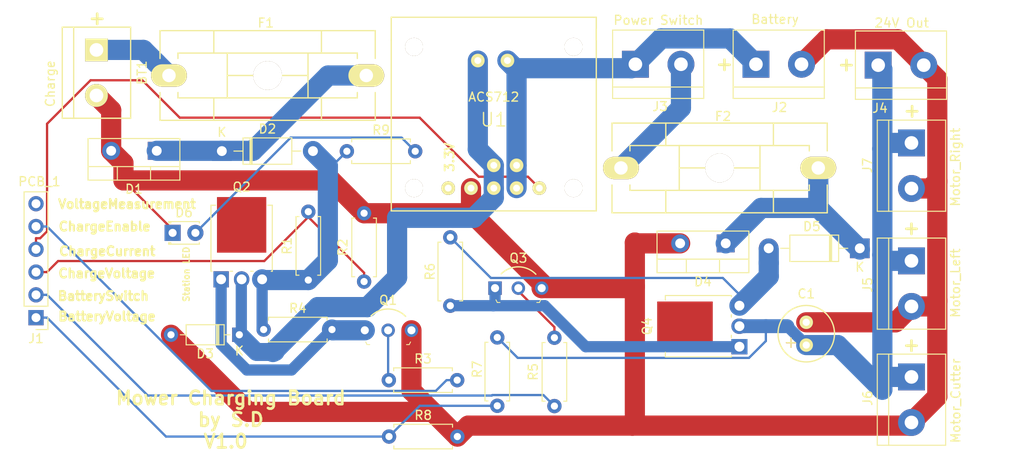
<source format=kicad_pcb>
(kicad_pcb (version 20171130) (host pcbnew "(5.1.9)-1")

  (general
    (thickness 1.6)
    (drawings 18)
    (tracks 186)
    (zones 0)
    (modules 31)
    (nets 23)
  )

  (page A4)
  (layers
    (0 F.Cu signal)
    (31 B.Cu signal)
    (32 B.Adhes user)
    (33 F.Adhes user)
    (34 B.Paste user)
    (35 F.Paste user)
    (36 B.SilkS user)
    (37 F.SilkS user)
    (38 B.Mask user)
    (39 F.Mask user)
    (40 Dwgs.User user)
    (41 Cmts.User user)
    (42 Eco1.User user)
    (43 Eco2.User user)
    (44 Edge.Cuts user)
    (45 Margin user)
    (46 B.CrtYd user)
    (47 F.CrtYd user)
    (48 B.Fab user)
    (49 F.Fab user)
  )

  (setup
    (last_trace_width 0.254)
    (user_trace_width 1.25)
    (user_trace_width 2.25)
    (trace_clearance 0.254)
    (zone_clearance 0.508)
    (zone_45_only no)
    (trace_min 0.2)
    (via_size 0.8)
    (via_drill 0.4)
    (via_min_size 0.4)
    (via_min_drill 0.3)
    (uvia_size 0.3)
    (uvia_drill 0.1)
    (uvias_allowed no)
    (uvia_min_size 0.2)
    (uvia_min_drill 0.1)
    (edge_width 0.05)
    (segment_width 0.2)
    (pcb_text_width 0.3)
    (pcb_text_size 1.5 1.5)
    (mod_edge_width 0.12)
    (mod_text_size 1 1)
    (mod_text_width 0.15)
    (pad_size 4.7 4.7)
    (pad_drill 2.7)
    (pad_to_mask_clearance 0)
    (aux_axis_origin 0 0)
    (visible_elements 7FFFFFFF)
    (pcbplotparams
      (layerselection 0x010fc_ffffffff)
      (usegerberextensions false)
      (usegerberattributes true)
      (usegerberadvancedattributes true)
      (creategerberjobfile true)
      (excludeedgelayer true)
      (linewidth 0.100000)
      (plotframeref false)
      (viasonmask false)
      (mode 1)
      (useauxorigin false)
      (hpglpennumber 1)
      (hpglpenspeed 20)
      (hpglpendiameter 15.000000)
      (psnegative false)
      (psa4output false)
      (plotreference true)
      (plotvalue true)
      (plotinvisibletext false)
      (padsonsilk false)
      (subtractmaskfromsilk false)
      (outputformat 1)
      (mirror false)
      (drillshape 0)
      (scaleselection 1)
      (outputdirectory "GerberCharging/"))
  )

  (net 0 "")
  (net 1 GND)
  (net 2 "Net-(BT1-Pad1)")
  (net 3 "Net-(C1-Pad1)")
  (net 4 "Net-(D1-Pad1)")
  (net 5 "Net-(D2-Pad2)")
  (net 6 "Net-(D3-Pad1)")
  (net 7 "Net-(D4-Pad1)")
  (net 8 "Net-(D5-Pad2)")
  (net 9 "Net-(F2-Pad1)")
  (net 10 pinVoltageMeasurement)
  (net 11 pinChargeEnable)
  (net 12 pinChargeCurrent)
  (net 13 pinChargeVoltage)
  (net 14 pinBatterySwitch)
  (net 15 pinBatteryVoltage)
  (net 16 "Net-(J2-Pad1)")
  (net 17 "Net-(Q1-Pad1)")
  (net 18 "Net-(Q1-Pad2)")
  (net 19 "Net-(Q3-Pad1)")
  (net 20 "Net-(Q3-Pad2)")
  (net 21 +3V3)
  (net 22 "Net-(D6-Pad2)")

  (net_class Default "Dies ist die voreingestellte Netzklasse."
    (clearance 0.254)
    (trace_width 0.254)
    (via_dia 0.8)
    (via_drill 0.4)
    (uvia_dia 0.3)
    (uvia_drill 0.1)
    (diff_pair_width 0.254)
    (diff_pair_gap 0.254)
    (add_net +3V3)
    (add_net GND)
    (add_net "Net-(BT1-Pad1)")
    (add_net "Net-(C1-Pad1)")
    (add_net "Net-(D1-Pad1)")
    (add_net "Net-(D2-Pad2)")
    (add_net "Net-(D3-Pad1)")
    (add_net "Net-(D4-Pad1)")
    (add_net "Net-(D5-Pad2)")
    (add_net "Net-(D6-Pad2)")
    (add_net "Net-(F2-Pad1)")
    (add_net "Net-(J2-Pad1)")
    (add_net "Net-(Q1-Pad1)")
    (add_net "Net-(Q1-Pad2)")
    (add_net "Net-(Q3-Pad1)")
    (add_net "Net-(Q3-Pad2)")
    (add_net pinBatterySwitch)
    (add_net pinBatteryVoltage)
    (add_net pinChargeCurrent)
    (add_net pinChargeEnable)
    (add_net pinChargeVoltage)
    (add_net pinVoltageMeasurement)
  )

  (net_class +24V ""
    (clearance 0.55)
    (trace_width 1.5)
    (via_dia 0.8)
    (via_drill 0.4)
    (uvia_dia 0.3)
    (uvia_drill 0.1)
    (diff_pair_width 0.55)
    (diff_pair_gap 1.5)
  )

  (net_class +3V ""
    (clearance 0.254)
    (trace_width 0.5)
    (via_dia 0.8)
    (via_drill 0.4)
    (uvia_dia 0.3)
    (uvia_drill 0.1)
    (diff_pair_width 0.5)
    (diff_pair_gap 0.5)
  )

  (module LED_THT:LED_D1.8mm_W3.3mm_H2.4mm (layer F.Cu) (tedit 5880A862) (tstamp 60731407)
    (at 88.63 129.87)
    (descr "LED, Round,  Rectangular size 3.3x2.4mm^2 diameter 1.8mm, 2 pins")
    (tags "LED Round  Rectangular size 3.3x2.4mm^2 diameter 1.8mm 2 pins")
    (path /6073C265)
    (fp_text reference D6 (at 1.27 -2.26) (layer F.SilkS)
      (effects (font (size 1 1) (thickness 0.15)))
    )
    (fp_text value "Station LED" (at 1.53 4.61 90) (layer F.SilkS)
      (effects (font (size 0.7 0.7) (thickness 0.15)))
    )
    (fp_circle (center 1.27 0) (end 2.17 0) (layer F.Fab) (width 0.1))
    (fp_line (start -0.38 -1.2) (end -0.38 1.2) (layer F.Fab) (width 0.1))
    (fp_line (start -0.38 1.2) (end 2.92 1.2) (layer F.Fab) (width 0.1))
    (fp_line (start 2.92 1.2) (end 2.92 -1.2) (layer F.Fab) (width 0.1))
    (fp_line (start 2.92 -1.2) (end -0.38 -1.2) (layer F.Fab) (width 0.1))
    (fp_line (start -0.44 -1.26) (end 2.98 -1.26) (layer F.SilkS) (width 0.12))
    (fp_line (start -0.44 1.26) (end 2.98 1.26) (layer F.SilkS) (width 0.12))
    (fp_line (start -0.44 -1.26) (end -0.44 -1.08) (layer F.SilkS) (width 0.12))
    (fp_line (start -0.44 1.08) (end -0.44 1.26) (layer F.SilkS) (width 0.12))
    (fp_line (start 2.98 -1.26) (end 2.98 -1.095) (layer F.SilkS) (width 0.12))
    (fp_line (start 2.98 1.095) (end 2.98 1.26) (layer F.SilkS) (width 0.12))
    (fp_line (start -0.32 -1.26) (end -0.32 -1.08) (layer F.SilkS) (width 0.12))
    (fp_line (start -0.32 1.08) (end -0.32 1.26) (layer F.SilkS) (width 0.12))
    (fp_line (start -0.2 -1.26) (end -0.2 -1.08) (layer F.SilkS) (width 0.12))
    (fp_line (start -0.2 1.08) (end -0.2 1.26) (layer F.SilkS) (width 0.12))
    (fp_line (start -1.15 -1.55) (end -1.15 1.55) (layer F.CrtYd) (width 0.05))
    (fp_line (start -1.15 1.55) (end 3.7 1.55) (layer F.CrtYd) (width 0.05))
    (fp_line (start 3.7 1.55) (end 3.7 -1.55) (layer F.CrtYd) (width 0.05))
    (fp_line (start 3.7 -1.55) (end -1.15 -1.55) (layer F.CrtYd) (width 0.05))
    (pad 2 thru_hole circle (at 2.54 0) (size 1.8 1.8) (drill 0.9) (layers *.Cu *.Mask)
      (net 22 "Net-(D6-Pad2)"))
    (pad 1 thru_hole rect (at 0 0) (size 1.8 1.8) (drill 0.9) (layers *.Cu *.Mask)
      (net 1 GND))
    (model ${KISYS3DMOD}/LED_THT.3dshapes/LED_D1.8mm_W3.3mm_H2.4mm.wrl
      (at (xyz 0 0 0))
      (scale (xyz 1 1 1))
      (rotate (xyz 0 0 0))
    )
  )

  (module Resistor_THT:R_Axial_DIN0207_L6.3mm_D2.5mm_P7.62mm_Horizontal (layer F.Cu) (tedit 5AE5139B) (tstamp 60730A9B)
    (at 108.06 120.77)
    (descr "Resistor, Axial_DIN0207 series, Axial, Horizontal, pin pitch=7.62mm, 0.25W = 1/4W, length*diameter=6.3*2.5mm^2, http://cdn-reichelt.de/documents/datenblatt/B400/1_4W%23YAG.pdf")
    (tags "Resistor Axial_DIN0207 series Axial Horizontal pin pitch 7.62mm 0.25W = 1/4W length 6.3mm diameter 2.5mm")
    (path /60730CD6)
    (fp_text reference R9 (at 3.81 -2.37) (layer F.SilkS)
      (effects (font (size 1 1) (thickness 0.15)))
    )
    (fp_text value 4.7k (at 3.81 2.37) (layer F.Fab)
      (effects (font (size 1 1) (thickness 0.15)))
    )
    (fp_text user %R (at 3.81 0) (layer F.Fab)
      (effects (font (size 1 1) (thickness 0.15)))
    )
    (fp_line (start 0.66 -1.25) (end 0.66 1.25) (layer F.Fab) (width 0.1))
    (fp_line (start 0.66 1.25) (end 6.96 1.25) (layer F.Fab) (width 0.1))
    (fp_line (start 6.96 1.25) (end 6.96 -1.25) (layer F.Fab) (width 0.1))
    (fp_line (start 6.96 -1.25) (end 0.66 -1.25) (layer F.Fab) (width 0.1))
    (fp_line (start 0 0) (end 0.66 0) (layer F.Fab) (width 0.1))
    (fp_line (start 7.62 0) (end 6.96 0) (layer F.Fab) (width 0.1))
    (fp_line (start 0.54 -1.04) (end 0.54 -1.37) (layer F.SilkS) (width 0.12))
    (fp_line (start 0.54 -1.37) (end 7.08 -1.37) (layer F.SilkS) (width 0.12))
    (fp_line (start 7.08 -1.37) (end 7.08 -1.04) (layer F.SilkS) (width 0.12))
    (fp_line (start 0.54 1.04) (end 0.54 1.37) (layer F.SilkS) (width 0.12))
    (fp_line (start 0.54 1.37) (end 7.08 1.37) (layer F.SilkS) (width 0.12))
    (fp_line (start 7.08 1.37) (end 7.08 1.04) (layer F.SilkS) (width 0.12))
    (fp_line (start -1.05 -1.5) (end -1.05 1.5) (layer F.CrtYd) (width 0.05))
    (fp_line (start -1.05 1.5) (end 8.67 1.5) (layer F.CrtYd) (width 0.05))
    (fp_line (start 8.67 1.5) (end 8.67 -1.5) (layer F.CrtYd) (width 0.05))
    (fp_line (start 8.67 -1.5) (end -1.05 -1.5) (layer F.CrtYd) (width 0.05))
    (pad 2 thru_hole oval (at 7.62 0) (size 1.6 1.6) (drill 0.8) (layers *.Cu *.Mask)
      (net 22 "Net-(D6-Pad2)"))
    (pad 1 thru_hole circle (at 0 0) (size 1.6 1.6) (drill 0.8) (layers *.Cu *.Mask)
      (net 5 "Net-(D2-Pad2)"))
    (model ${KISYS3DMOD}/Resistor_THT.3dshapes/R_Axial_DIN0207_L6.3mm_D2.5mm_P7.62mm_Horizontal.wrl
      (at (xyz 0 0 0))
      (scale (xyz 1 1 1))
      (rotate (xyz 0 0 0))
    )
  )

  (module Zimprich:INA169_mit_Pinnummern (layer F.Cu) (tedit 57322366) (tstamp 607206F3)
    (at 124.44 117.26)
    (path /60718D60)
    (fp_text reference U1 (at 0 0 180) (layer F.SilkS)
      (effects (font (size 1.5 1.5) (thickness 0.15)))
    )
    (fp_text value ACS712 (at 0 -2.54 180) (layer F.SilkS)
      (effects (font (size 1 1) (thickness 0.15)))
    )
    (fp_line (start -11.43 -8.89) (end -11.43 10.16) (layer F.SilkS) (width 0.15))
    (fp_line (start 11.43 10.16) (end 11.43 -8.89) (layer F.SilkS) (width 0.15))
    (fp_line (start 11.43 -8.89) (end 11.43 -10.16) (layer F.SilkS) (width 0.15))
    (fp_line (start 11.43 -11.43) (end 11.43 -8.89) (layer F.SilkS) (width 0.15))
    (fp_line (start -11.43 -11.43) (end 11.43 -11.43) (layer F.SilkS) (width 0.15))
    (fp_line (start -11.43 -8.89) (end -11.43 -11.43) (layer F.SilkS) (width 0.15))
    (fp_line (start 11.43 10.16) (end -11.43 10.16) (layer F.SilkS) (width 0.15))
    (pad 4 thru_hole circle (at 2.54 5.08) (size 1.524 1.524) (drill 0.762) (layers *.Cu *.Mask F.SilkS)
      (net 16 "Net-(J2-Pad1)"))
    (pad 5 thru_hole circle (at 0 5.08) (size 1.524 1.524) (drill 0.762) (layers *.Cu *.Mask F.SilkS)
      (net 6 "Net-(D3-Pad1)"))
    (pad 5 thru_hole circle (at 0 7.62) (size 1.524 1.524) (drill 0.762) (layers *.Cu *.Mask F.SilkS)
      (net 6 "Net-(D3-Pad1)"))
    (pad 4 thru_hole circle (at 2.54 7.62) (size 1.524 1.524) (drill 0.762) (layers *.Cu *.Mask F.SilkS)
      (net 16 "Net-(J2-Pad1)"))
    (pad "" thru_hole circle (at 8.89 -8.128) (size 2 2) (drill 2) (layers *.Cu *.Mask F.SilkS))
    (pad "" thru_hole circle (at -8.89 -8.128) (size 2 2) (drill 2) (layers *.Cu *.Mask F.SilkS))
    (pad "" thru_hole circle (at 8.89 7.62) (size 2 2) (drill 2) (layers *.Cu *.Mask F.SilkS))
    (pad "" thru_hole circle (at -8.89 7.62) (size 2 2) (drill 2) (layers *.Cu *.Mask F.SilkS))
    (pad 4 thru_hole circle (at 1.524 -6.604) (size 1.524 1.524) (drill 0.762) (layers *.Cu *.Mask F.SilkS)
      (net 16 "Net-(J2-Pad1)"))
    (pad 5 thru_hole circle (at -1.778 -6.604) (size 1.524 1.524) (drill 0.762) (layers *.Cu *.Mask F.SilkS)
      (net 6 "Net-(D3-Pad1)"))
    (pad 3 thru_hole circle (at 5.08 7.62) (size 1.524 1.524) (drill 0.762) (layers *.Cu *.Mask F.SilkS)
      (net 12 pinChargeCurrent))
    (pad 1 thru_hole circle (at -5.08 7.62) (size 1.524 1.524) (drill 0.762) (layers *.Cu *.Mask F.SilkS)
      (net 21 +3V3))
    (pad 2 thru_hole circle (at -2.54 7.62) (size 1.524 1.524) (drill 0.762) (layers *.Cu *.Mask F.SilkS)
      (net 1 GND))
    (model ${KISYS3DMOD}/Socket_Strips.3dshapes/Socket_Strip_Straight_1x05.wrl
      (offset (xyz 0 -7.619999885559082 0))
      (scale (xyz 1 1 1))
      (rotate (xyz 0 0 0))
    )
    (model ${KISYS3DMOD}/Socket_Strips.3dshapes/Socket_Strip_Straight_1x02.wrl
      (offset (xyz 1.269999980926514 -5.079999923706055 0))
      (scale (xyz 1 1 1))
      (rotate (xyz 0 0 0))
    )
    (model ${KISYS3DMOD}/Socket_Strips.3dshapes/Socket_Strip_Straight_1x01.wrl
      (offset (xyz -1.777999973297119 6.349999904632568 0))
      (scale (xyz 1 1 1))
      (rotate (xyz 0 0 0))
    )
    (model ${KISYS3DMOD}/Socket_Strips.3dshapes/Socket_Strip_Straight_1x01.wrl
      (offset (xyz 1.523999977111816 6.349999904632568 0))
      (scale (xyz 1 1 1))
      (rotate (xyz 0 0 0))
    )
  )

  (module Resistor_THT:R_Axial_DIN0207_L6.3mm_D2.5mm_P7.62mm_Horizontal (layer F.Cu) (tedit 5AE5139B) (tstamp 607206DB)
    (at 112.76 152.58)
    (descr "Resistor, Axial_DIN0207 series, Axial, Horizontal, pin pitch=7.62mm, 0.25W = 1/4W, length*diameter=6.3*2.5mm^2, http://cdn-reichelt.de/documents/datenblatt/B400/1_4W%23YAG.pdf")
    (tags "Resistor Axial_DIN0207 series Axial Horizontal pin pitch 7.62mm 0.25W = 1/4W length 6.3mm diameter 2.5mm")
    (path /6075CAE4)
    (fp_text reference R8 (at 3.81 -2.37) (layer F.SilkS)
      (effects (font (size 1 1) (thickness 0.15)))
    )
    (fp_text value 10k (at 10.57 0.91) (layer F.Fab)
      (effects (font (size 1 1) (thickness 0.15)))
    )
    (fp_line (start 8.67 -1.5) (end -1.05 -1.5) (layer F.CrtYd) (width 0.05))
    (fp_line (start 8.67 1.5) (end 8.67 -1.5) (layer F.CrtYd) (width 0.05))
    (fp_line (start -1.05 1.5) (end 8.67 1.5) (layer F.CrtYd) (width 0.05))
    (fp_line (start -1.05 -1.5) (end -1.05 1.5) (layer F.CrtYd) (width 0.05))
    (fp_line (start 7.08 1.37) (end 7.08 1.04) (layer F.SilkS) (width 0.12))
    (fp_line (start 0.54 1.37) (end 7.08 1.37) (layer F.SilkS) (width 0.12))
    (fp_line (start 0.54 1.04) (end 0.54 1.37) (layer F.SilkS) (width 0.12))
    (fp_line (start 7.08 -1.37) (end 7.08 -1.04) (layer F.SilkS) (width 0.12))
    (fp_line (start 0.54 -1.37) (end 7.08 -1.37) (layer F.SilkS) (width 0.12))
    (fp_line (start 0.54 -1.04) (end 0.54 -1.37) (layer F.SilkS) (width 0.12))
    (fp_line (start 7.62 0) (end 6.96 0) (layer F.Fab) (width 0.1))
    (fp_line (start 0 0) (end 0.66 0) (layer F.Fab) (width 0.1))
    (fp_line (start 6.96 -1.25) (end 0.66 -1.25) (layer F.Fab) (width 0.1))
    (fp_line (start 6.96 1.25) (end 6.96 -1.25) (layer F.Fab) (width 0.1))
    (fp_line (start 0.66 1.25) (end 6.96 1.25) (layer F.Fab) (width 0.1))
    (fp_line (start 0.66 -1.25) (end 0.66 1.25) (layer F.Fab) (width 0.1))
    (fp_text user %R (at 3.81 0) (layer F.Fab)
      (effects (font (size 1 1) (thickness 0.15)))
    )
    (pad 2 thru_hole oval (at 7.62 0) (size 1.6 1.6) (drill 0.8) (layers *.Cu *.Mask)
      (net 1 GND))
    (pad 1 thru_hole circle (at 0 0) (size 1.6 1.6) (drill 0.8) (layers *.Cu *.Mask)
      (net 15 pinBatteryVoltage))
    (model ${KISYS3DMOD}/Resistor_THT.3dshapes/R_Axial_DIN0207_L6.3mm_D2.5mm_P7.62mm_Horizontal.wrl
      (at (xyz 0 0 0))
      (scale (xyz 1 1 1))
      (rotate (xyz 0 0 0))
    )
  )

  (module Resistor_THT:R_Axial_DIN0207_L6.3mm_D2.5mm_P7.62mm_Horizontal (layer F.Cu) (tedit 5AE5139B) (tstamp 607206C4)
    (at 124.83 141.53 270)
    (descr "Resistor, Axial_DIN0207 series, Axial, Horizontal, pin pitch=7.62mm, 0.25W = 1/4W, length*diameter=6.3*2.5mm^2, http://cdn-reichelt.de/documents/datenblatt/B400/1_4W%23YAG.pdf")
    (tags "Resistor Axial_DIN0207 series Axial Horizontal pin pitch 7.62mm 0.25W = 1/4W length 6.3mm diameter 2.5mm")
    (path /6075C810)
    (fp_text reference R7 (at 3.55 2.24 90) (layer F.SilkS)
      (effects (font (size 1 1) (thickness 0.15)))
    )
    (fp_text value 100k (at 4.15 -2.37 90) (layer F.Fab)
      (effects (font (size 1 1) (thickness 0.15)))
    )
    (fp_line (start 8.67 -1.5) (end -1.05 -1.5) (layer F.CrtYd) (width 0.05))
    (fp_line (start 8.67 1.5) (end 8.67 -1.5) (layer F.CrtYd) (width 0.05))
    (fp_line (start -1.05 1.5) (end 8.67 1.5) (layer F.CrtYd) (width 0.05))
    (fp_line (start -1.05 -1.5) (end -1.05 1.5) (layer F.CrtYd) (width 0.05))
    (fp_line (start 7.08 1.37) (end 7.08 1.04) (layer F.SilkS) (width 0.12))
    (fp_line (start 0.54 1.37) (end 7.08 1.37) (layer F.SilkS) (width 0.12))
    (fp_line (start 0.54 1.04) (end 0.54 1.37) (layer F.SilkS) (width 0.12))
    (fp_line (start 7.08 -1.37) (end 7.08 -1.04) (layer F.SilkS) (width 0.12))
    (fp_line (start 0.54 -1.37) (end 7.08 -1.37) (layer F.SilkS) (width 0.12))
    (fp_line (start 0.54 -1.04) (end 0.54 -1.37) (layer F.SilkS) (width 0.12))
    (fp_line (start 7.62 0) (end 6.96 0) (layer F.Fab) (width 0.1))
    (fp_line (start 0 0) (end 0.66 0) (layer F.Fab) (width 0.1))
    (fp_line (start 6.96 -1.25) (end 0.66 -1.25) (layer F.Fab) (width 0.1))
    (fp_line (start 6.96 1.25) (end 6.96 -1.25) (layer F.Fab) (width 0.1))
    (fp_line (start 0.66 1.25) (end 6.96 1.25) (layer F.Fab) (width 0.1))
    (fp_line (start 0.66 -1.25) (end 0.66 1.25) (layer F.Fab) (width 0.1))
    (fp_text user %R (at 3.81 0 90) (layer F.Fab)
      (effects (font (size 1 1) (thickness 0.15)))
    )
    (pad 2 thru_hole oval (at 7.62 0 270) (size 1.6 1.6) (drill 0.8) (layers *.Cu *.Mask)
      (net 15 pinBatteryVoltage))
    (pad 1 thru_hole circle (at 0 0 270) (size 1.6 1.6) (drill 0.8) (layers *.Cu *.Mask)
      (net 3 "Net-(C1-Pad1)"))
    (model ${KISYS3DMOD}/Resistor_THT.3dshapes/R_Axial_DIN0207_L6.3mm_D2.5mm_P7.62mm_Horizontal.wrl
      (at (xyz 0 0 0))
      (scale (xyz 1 1 1))
      (rotate (xyz 0 0 0))
    )
  )

  (module Resistor_THT:R_Axial_DIN0207_L6.3mm_D2.5mm_P7.62mm_Horizontal (layer F.Cu) (tedit 5AE5139B) (tstamp 607206AD)
    (at 119.59 130.37 270)
    (descr "Resistor, Axial_DIN0207 series, Axial, Horizontal, pin pitch=7.62mm, 0.25W = 1/4W, length*diameter=6.3*2.5mm^2, http://cdn-reichelt.de/documents/datenblatt/B400/1_4W%23YAG.pdf")
    (tags "Resistor Axial_DIN0207 series Axial Horizontal pin pitch 7.62mm 0.25W = 1/4W length 6.3mm diameter 2.5mm")
    (path /60740775)
    (fp_text reference R6 (at 3.82 2.26 90) (layer F.SilkS)
      (effects (font (size 1 1) (thickness 0.15)))
    )
    (fp_text value 4k7 (at 3.82 -2.4 90) (layer F.Fab)
      (effects (font (size 1 1) (thickness 0.15)))
    )
    (fp_line (start 8.67 -1.5) (end -1.05 -1.5) (layer F.CrtYd) (width 0.05))
    (fp_line (start 8.67 1.5) (end 8.67 -1.5) (layer F.CrtYd) (width 0.05))
    (fp_line (start -1.05 1.5) (end 8.67 1.5) (layer F.CrtYd) (width 0.05))
    (fp_line (start -1.05 -1.5) (end -1.05 1.5) (layer F.CrtYd) (width 0.05))
    (fp_line (start 7.08 1.37) (end 7.08 1.04) (layer F.SilkS) (width 0.12))
    (fp_line (start 0.54 1.37) (end 7.08 1.37) (layer F.SilkS) (width 0.12))
    (fp_line (start 0.54 1.04) (end 0.54 1.37) (layer F.SilkS) (width 0.12))
    (fp_line (start 7.08 -1.37) (end 7.08 -1.04) (layer F.SilkS) (width 0.12))
    (fp_line (start 0.54 -1.37) (end 7.08 -1.37) (layer F.SilkS) (width 0.12))
    (fp_line (start 0.54 -1.04) (end 0.54 -1.37) (layer F.SilkS) (width 0.12))
    (fp_line (start 7.62 0) (end 6.96 0) (layer F.Fab) (width 0.1))
    (fp_line (start 0 0) (end 0.66 0) (layer F.Fab) (width 0.1))
    (fp_line (start 6.96 -1.25) (end 0.66 -1.25) (layer F.Fab) (width 0.1))
    (fp_line (start 6.96 1.25) (end 6.96 -1.25) (layer F.Fab) (width 0.1))
    (fp_line (start 0.66 1.25) (end 6.96 1.25) (layer F.Fab) (width 0.1))
    (fp_line (start 0.66 -1.25) (end 0.66 1.25) (layer F.Fab) (width 0.1))
    (fp_text user %R (at 3.81 0 90) (layer F.Fab)
      (effects (font (size 1 1) (thickness 0.15)))
    )
    (pad 2 thru_hole oval (at 7.62 0 270) (size 1.6 1.6) (drill 0.8) (layers *.Cu *.Mask)
      (net 19 "Net-(Q3-Pad1)"))
    (pad 1 thru_hole circle (at 0 0 270) (size 1.6 1.6) (drill 0.8) (layers *.Cu *.Mask)
      (net 8 "Net-(D5-Pad2)"))
    (model ${KISYS3DMOD}/Resistor_THT.3dshapes/R_Axial_DIN0207_L6.3mm_D2.5mm_P7.62mm_Horizontal.wrl
      (at (xyz 0 0 0))
      (scale (xyz 1 1 1))
      (rotate (xyz 0 0 0))
    )
  )

  (module Resistor_THT:R_Axial_DIN0207_L6.3mm_D2.5mm_P7.62mm_Horizontal (layer F.Cu) (tedit 5AE5139B) (tstamp 60720696)
    (at 131.2 149.18 90)
    (descr "Resistor, Axial_DIN0207 series, Axial, Horizontal, pin pitch=7.62mm, 0.25W = 1/4W, length*diameter=6.3*2.5mm^2, http://cdn-reichelt.de/documents/datenblatt/B400/1_4W%23YAG.pdf")
    (tags "Resistor Axial_DIN0207 series Axial Horizontal pin pitch 7.62mm 0.25W = 1/4W length 6.3mm diameter 2.5mm")
    (path /6073CDAC)
    (fp_text reference R5 (at 3.81 -2.37 90) (layer F.SilkS)
      (effects (font (size 1 1) (thickness 0.15)))
    )
    (fp_text value 4k7 (at 3.81 2.37 90) (layer F.Fab)
      (effects (font (size 1 1) (thickness 0.15)))
    )
    (fp_line (start 8.67 -1.5) (end -1.05 -1.5) (layer F.CrtYd) (width 0.05))
    (fp_line (start 8.67 1.5) (end 8.67 -1.5) (layer F.CrtYd) (width 0.05))
    (fp_line (start -1.05 1.5) (end 8.67 1.5) (layer F.CrtYd) (width 0.05))
    (fp_line (start -1.05 -1.5) (end -1.05 1.5) (layer F.CrtYd) (width 0.05))
    (fp_line (start 7.08 1.37) (end 7.08 1.04) (layer F.SilkS) (width 0.12))
    (fp_line (start 0.54 1.37) (end 7.08 1.37) (layer F.SilkS) (width 0.12))
    (fp_line (start 0.54 1.04) (end 0.54 1.37) (layer F.SilkS) (width 0.12))
    (fp_line (start 7.08 -1.37) (end 7.08 -1.04) (layer F.SilkS) (width 0.12))
    (fp_line (start 0.54 -1.37) (end 7.08 -1.37) (layer F.SilkS) (width 0.12))
    (fp_line (start 0.54 -1.04) (end 0.54 -1.37) (layer F.SilkS) (width 0.12))
    (fp_line (start 7.62 0) (end 6.96 0) (layer F.Fab) (width 0.1))
    (fp_line (start 0 0) (end 0.66 0) (layer F.Fab) (width 0.1))
    (fp_line (start 6.96 -1.25) (end 0.66 -1.25) (layer F.Fab) (width 0.1))
    (fp_line (start 6.96 1.25) (end 6.96 -1.25) (layer F.Fab) (width 0.1))
    (fp_line (start 0.66 1.25) (end 6.96 1.25) (layer F.Fab) (width 0.1))
    (fp_line (start 0.66 -1.25) (end 0.66 1.25) (layer F.Fab) (width 0.1))
    (fp_text user %R (at 3.81 0 90) (layer F.Fab)
      (effects (font (size 1 1) (thickness 0.15)))
    )
    (pad 2 thru_hole oval (at 7.62 0 90) (size 1.6 1.6) (drill 0.8) (layers *.Cu *.Mask)
      (net 20 "Net-(Q3-Pad2)"))
    (pad 1 thru_hole circle (at 0 0 90) (size 1.6 1.6) (drill 0.8) (layers *.Cu *.Mask)
      (net 14 pinBatterySwitch))
    (model ${KISYS3DMOD}/Resistor_THT.3dshapes/R_Axial_DIN0207_L6.3mm_D2.5mm_P7.62mm_Horizontal.wrl
      (at (xyz 0 0 0))
      (scale (xyz 1 1 1))
      (rotate (xyz 0 0 0))
    )
  )

  (module Resistor_THT:R_Axial_DIN0207_L6.3mm_D2.5mm_P7.62mm_Horizontal (layer F.Cu) (tedit 5AE5139B) (tstamp 6072067F)
    (at 98.78 140.65)
    (descr "Resistor, Axial_DIN0207 series, Axial, Horizontal, pin pitch=7.62mm, 0.25W = 1/4W, length*diameter=6.3*2.5mm^2, http://cdn-reichelt.de/documents/datenblatt/B400/1_4W%23YAG.pdf")
    (tags "Resistor Axial_DIN0207 series Axial Horizontal pin pitch 7.62mm 0.25W = 1/4W length 6.3mm diameter 2.5mm")
    (path /60712C09)
    (fp_text reference R4 (at 3.81 -2.37) (layer F.SilkS)
      (effects (font (size 1 1) (thickness 0.15)))
    )
    (fp_text value 4k7 (at 3.81 2.37) (layer F.Fab)
      (effects (font (size 1 1) (thickness 0.15)))
    )
    (fp_line (start 8.67 -1.5) (end -1.05 -1.5) (layer F.CrtYd) (width 0.05))
    (fp_line (start 8.67 1.5) (end 8.67 -1.5) (layer F.CrtYd) (width 0.05))
    (fp_line (start -1.05 1.5) (end 8.67 1.5) (layer F.CrtYd) (width 0.05))
    (fp_line (start -1.05 -1.5) (end -1.05 1.5) (layer F.CrtYd) (width 0.05))
    (fp_line (start 7.08 1.37) (end 7.08 1.04) (layer F.SilkS) (width 0.12))
    (fp_line (start 0.54 1.37) (end 7.08 1.37) (layer F.SilkS) (width 0.12))
    (fp_line (start 0.54 1.04) (end 0.54 1.37) (layer F.SilkS) (width 0.12))
    (fp_line (start 7.08 -1.37) (end 7.08 -1.04) (layer F.SilkS) (width 0.12))
    (fp_line (start 0.54 -1.37) (end 7.08 -1.37) (layer F.SilkS) (width 0.12))
    (fp_line (start 0.54 -1.04) (end 0.54 -1.37) (layer F.SilkS) (width 0.12))
    (fp_line (start 7.62 0) (end 6.96 0) (layer F.Fab) (width 0.1))
    (fp_line (start 0 0) (end 0.66 0) (layer F.Fab) (width 0.1))
    (fp_line (start 6.96 -1.25) (end 0.66 -1.25) (layer F.Fab) (width 0.1))
    (fp_line (start 6.96 1.25) (end 6.96 -1.25) (layer F.Fab) (width 0.1))
    (fp_line (start 0.66 1.25) (end 6.96 1.25) (layer F.Fab) (width 0.1))
    (fp_line (start 0.66 -1.25) (end 0.66 1.25) (layer F.Fab) (width 0.1))
    (fp_text user %R (at 3.81 0) (layer F.Fab)
      (effects (font (size 1 1) (thickness 0.15)))
    )
    (pad 2 thru_hole oval (at 7.62 0) (size 1.6 1.6) (drill 0.8) (layers *.Cu *.Mask)
      (net 17 "Net-(Q1-Pad1)"))
    (pad 1 thru_hole circle (at 0 0) (size 1.6 1.6) (drill 0.8) (layers *.Cu *.Mask)
      (net 5 "Net-(D2-Pad2)"))
    (model ${KISYS3DMOD}/Resistor_THT.3dshapes/R_Axial_DIN0207_L6.3mm_D2.5mm_P7.62mm_Horizontal.wrl
      (at (xyz 0 0 0))
      (scale (xyz 1 1 1))
      (rotate (xyz 0 0 0))
    )
  )

  (module Resistor_THT:R_Axial_DIN0207_L6.3mm_D2.5mm_P7.62mm_Horizontal (layer F.Cu) (tedit 5AE5139B) (tstamp 60720668)
    (at 112.74 146.29)
    (descr "Resistor, Axial_DIN0207 series, Axial, Horizontal, pin pitch=7.62mm, 0.25W = 1/4W, length*diameter=6.3*2.5mm^2, http://cdn-reichelt.de/documents/datenblatt/B400/1_4W%23YAG.pdf")
    (tags "Resistor Axial_DIN0207 series Axial Horizontal pin pitch 7.62mm 0.25W = 1/4W length 6.3mm diameter 2.5mm")
    (path /60713C5E)
    (fp_text reference R3 (at 3.81 -2.37) (layer F.SilkS)
      (effects (font (size 1 1) (thickness 0.15)))
    )
    (fp_text value 4k7 (at 3.81 2.37) (layer F.Fab)
      (effects (font (size 1 1) (thickness 0.15)))
    )
    (fp_line (start 8.67 -1.5) (end -1.05 -1.5) (layer F.CrtYd) (width 0.05))
    (fp_line (start 8.67 1.5) (end 8.67 -1.5) (layer F.CrtYd) (width 0.05))
    (fp_line (start -1.05 1.5) (end 8.67 1.5) (layer F.CrtYd) (width 0.05))
    (fp_line (start -1.05 -1.5) (end -1.05 1.5) (layer F.CrtYd) (width 0.05))
    (fp_line (start 7.08 1.37) (end 7.08 1.04) (layer F.SilkS) (width 0.12))
    (fp_line (start 0.54 1.37) (end 7.08 1.37) (layer F.SilkS) (width 0.12))
    (fp_line (start 0.54 1.04) (end 0.54 1.37) (layer F.SilkS) (width 0.12))
    (fp_line (start 7.08 -1.37) (end 7.08 -1.04) (layer F.SilkS) (width 0.12))
    (fp_line (start 0.54 -1.37) (end 7.08 -1.37) (layer F.SilkS) (width 0.12))
    (fp_line (start 0.54 -1.04) (end 0.54 -1.37) (layer F.SilkS) (width 0.12))
    (fp_line (start 7.62 0) (end 6.96 0) (layer F.Fab) (width 0.1))
    (fp_line (start 0 0) (end 0.66 0) (layer F.Fab) (width 0.1))
    (fp_line (start 6.96 -1.25) (end 0.66 -1.25) (layer F.Fab) (width 0.1))
    (fp_line (start 6.96 1.25) (end 6.96 -1.25) (layer F.Fab) (width 0.1))
    (fp_line (start 0.66 1.25) (end 6.96 1.25) (layer F.Fab) (width 0.1))
    (fp_line (start 0.66 -1.25) (end 0.66 1.25) (layer F.Fab) (width 0.1))
    (fp_text user %R (at 3.81 0) (layer F.Fab)
      (effects (font (size 1 1) (thickness 0.15)))
    )
    (pad 2 thru_hole oval (at 7.62 0) (size 1.6 1.6) (drill 0.8) (layers *.Cu *.Mask)
      (net 11 pinChargeEnable))
    (pad 1 thru_hole circle (at 0 0) (size 1.6 1.6) (drill 0.8) (layers *.Cu *.Mask)
      (net 18 "Net-(Q1-Pad2)"))
    (model ${KISYS3DMOD}/Resistor_THT.3dshapes/R_Axial_DIN0207_L6.3mm_D2.5mm_P7.62mm_Horizontal.wrl
      (at (xyz 0 0 0))
      (scale (xyz 1 1 1))
      (rotate (xyz 0 0 0))
    )
  )

  (module Resistor_THT:R_Axial_DIN0207_L6.3mm_D2.5mm_P7.62mm_Horizontal (layer F.Cu) (tedit 5AE5139B) (tstamp 60720651)
    (at 109.98 135.3 90)
    (descr "Resistor, Axial_DIN0207 series, Axial, Horizontal, pin pitch=7.62mm, 0.25W = 1/4W, length*diameter=6.3*2.5mm^2, http://cdn-reichelt.de/documents/datenblatt/B400/1_4W%23YAG.pdf")
    (tags "Resistor Axial_DIN0207 series Axial Horizontal pin pitch 7.62mm 0.25W = 1/4W length 6.3mm diameter 2.5mm")
    (path /6070AC52)
    (fp_text reference R2 (at 3.81 -2.37 90) (layer F.SilkS)
      (effects (font (size 1 1) (thickness 0.15)))
    )
    (fp_text value 10k (at 3.81 2.37 90) (layer F.Fab)
      (effects (font (size 1 1) (thickness 0.15)))
    )
    (fp_line (start 8.67 -1.5) (end -1.05 -1.5) (layer F.CrtYd) (width 0.05))
    (fp_line (start 8.67 1.5) (end 8.67 -1.5) (layer F.CrtYd) (width 0.05))
    (fp_line (start -1.05 1.5) (end 8.67 1.5) (layer F.CrtYd) (width 0.05))
    (fp_line (start -1.05 -1.5) (end -1.05 1.5) (layer F.CrtYd) (width 0.05))
    (fp_line (start 7.08 1.37) (end 7.08 1.04) (layer F.SilkS) (width 0.12))
    (fp_line (start 0.54 1.37) (end 7.08 1.37) (layer F.SilkS) (width 0.12))
    (fp_line (start 0.54 1.04) (end 0.54 1.37) (layer F.SilkS) (width 0.12))
    (fp_line (start 7.08 -1.37) (end 7.08 -1.04) (layer F.SilkS) (width 0.12))
    (fp_line (start 0.54 -1.37) (end 7.08 -1.37) (layer F.SilkS) (width 0.12))
    (fp_line (start 0.54 -1.04) (end 0.54 -1.37) (layer F.SilkS) (width 0.12))
    (fp_line (start 7.62 0) (end 6.96 0) (layer F.Fab) (width 0.1))
    (fp_line (start 0 0) (end 0.66 0) (layer F.Fab) (width 0.1))
    (fp_line (start 6.96 -1.25) (end 0.66 -1.25) (layer F.Fab) (width 0.1))
    (fp_line (start 6.96 1.25) (end 6.96 -1.25) (layer F.Fab) (width 0.1))
    (fp_line (start 0.66 1.25) (end 6.96 1.25) (layer F.Fab) (width 0.1))
    (fp_line (start 0.66 -1.25) (end 0.66 1.25) (layer F.Fab) (width 0.1))
    (fp_text user %R (at 3.81 0 90) (layer F.Fab)
      (effects (font (size 1 1) (thickness 0.15)))
    )
    (pad 2 thru_hole oval (at 7.62 0 90) (size 1.6 1.6) (drill 0.8) (layers *.Cu *.Mask)
      (net 1 GND))
    (pad 1 thru_hole circle (at 0 0 90) (size 1.6 1.6) (drill 0.8) (layers *.Cu *.Mask)
      (net 13 pinChargeVoltage))
    (model ${KISYS3DMOD}/Resistor_THT.3dshapes/R_Axial_DIN0207_L6.3mm_D2.5mm_P7.62mm_Horizontal.wrl
      (at (xyz 0 0 0))
      (scale (xyz 1 1 1))
      (rotate (xyz 0 0 0))
    )
  )

  (module Resistor_THT:R_Axial_DIN0207_L6.3mm_D2.5mm_P7.62mm_Horizontal (layer F.Cu) (tedit 5AE5139B) (tstamp 6072063A)
    (at 103.76 135.13 90)
    (descr "Resistor, Axial_DIN0207 series, Axial, Horizontal, pin pitch=7.62mm, 0.25W = 1/4W, length*diameter=6.3*2.5mm^2, http://cdn-reichelt.de/documents/datenblatt/B400/1_4W%23YAG.pdf")
    (tags "Resistor Axial_DIN0207 series Axial Horizontal pin pitch 7.62mm 0.25W = 1/4W length 6.3mm diameter 2.5mm")
    (path /6070A5C5)
    (fp_text reference R1 (at 3.81 -2.37 90) (layer F.SilkS)
      (effects (font (size 1 1) (thickness 0.15)))
    )
    (fp_text value 100k (at 3.81 2.37 90) (layer F.Fab)
      (effects (font (size 1 1) (thickness 0.15)))
    )
    (fp_line (start 8.67 -1.5) (end -1.05 -1.5) (layer F.CrtYd) (width 0.05))
    (fp_line (start 8.67 1.5) (end 8.67 -1.5) (layer F.CrtYd) (width 0.05))
    (fp_line (start -1.05 1.5) (end 8.67 1.5) (layer F.CrtYd) (width 0.05))
    (fp_line (start -1.05 -1.5) (end -1.05 1.5) (layer F.CrtYd) (width 0.05))
    (fp_line (start 7.08 1.37) (end 7.08 1.04) (layer F.SilkS) (width 0.12))
    (fp_line (start 0.54 1.37) (end 7.08 1.37) (layer F.SilkS) (width 0.12))
    (fp_line (start 0.54 1.04) (end 0.54 1.37) (layer F.SilkS) (width 0.12))
    (fp_line (start 7.08 -1.37) (end 7.08 -1.04) (layer F.SilkS) (width 0.12))
    (fp_line (start 0.54 -1.37) (end 7.08 -1.37) (layer F.SilkS) (width 0.12))
    (fp_line (start 0.54 -1.04) (end 0.54 -1.37) (layer F.SilkS) (width 0.12))
    (fp_line (start 7.62 0) (end 6.96 0) (layer F.Fab) (width 0.1))
    (fp_line (start 0 0) (end 0.66 0) (layer F.Fab) (width 0.1))
    (fp_line (start 6.96 -1.25) (end 0.66 -1.25) (layer F.Fab) (width 0.1))
    (fp_line (start 6.96 1.25) (end 6.96 -1.25) (layer F.Fab) (width 0.1))
    (fp_line (start 0.66 1.25) (end 6.96 1.25) (layer F.Fab) (width 0.1))
    (fp_line (start 0.66 -1.25) (end 0.66 1.25) (layer F.Fab) (width 0.1))
    (fp_text user %R (at 3.81 0 90) (layer F.Fab)
      (effects (font (size 1 1) (thickness 0.15)))
    )
    (pad 2 thru_hole oval (at 7.62 0 90) (size 1.6 1.6) (drill 0.8) (layers *.Cu *.Mask)
      (net 13 pinChargeVoltage))
    (pad 1 thru_hole circle (at 0 0 90) (size 1.6 1.6) (drill 0.8) (layers *.Cu *.Mask)
      (net 5 "Net-(D2-Pad2)"))
    (model ${KISYS3DMOD}/Resistor_THT.3dshapes/R_Axial_DIN0207_L6.3mm_D2.5mm_P7.62mm_Horizontal.wrl
      (at (xyz 0 0 0))
      (scale (xyz 1 1 1))
      (rotate (xyz 0 0 0))
    )
  )

  (module Package_TO_SOT_THT:SIPAK-1EP_Horizontal_TabDown (layer F.Cu) (tedit 5ACC4916) (tstamp 60720623)
    (at 151.83 142.56 90)
    (descr "SIPAK, Horizontal, RM 2.286mm")
    (tags "SIPAK Horizontal RM 2.286mm")
    (path /6073F965)
    (fp_text reference Q4 (at 2.286 -10.293333 90) (layer F.SilkS)
      (effects (font (size 1 1) (thickness 0.15)))
    )
    (fp_text value IRLML6344TRPBF (at 2.286 1.9 90) (layer F.Fab)
      (effects (font (size 1 1) (thickness 0.15)))
    )
    (fp_line (start 5.84 -9.43) (end -1.27 -9.43) (layer F.CrtYd) (width 0.05))
    (fp_line (start 5.84 1.16) (end 5.84 -9.43) (layer F.CrtYd) (width 0.05))
    (fp_line (start -1.27 1.16) (end 5.84 1.16) (layer F.CrtYd) (width 0.05))
    (fp_line (start -1.27 -9.43) (end -1.27 1.16) (layer F.CrtYd) (width 0.05))
    (fp_line (start 5.706 -8.26) (end 5.706 -0.9) (layer F.SilkS) (width 0.12))
    (fp_line (start -1.134 -8.26) (end -1.134 -0.9) (layer F.SilkS) (width 0.12))
    (fp_line (start 5.186 -8.26) (end 5.706 -8.26) (layer F.SilkS) (width 0.12))
    (fp_line (start -1.134 -8.26) (end -0.614 -8.26) (layer F.SilkS) (width 0.12))
    (fp_line (start 5.58 -0.9) (end 5.706 -0.9) (layer F.SilkS) (width 0.12))
    (fp_line (start 3.294 -0.9) (end 3.565 -0.9) (layer F.SilkS) (width 0.12))
    (fp_line (start 1.008 -0.9) (end 1.279 -0.9) (layer F.SilkS) (width 0.12))
    (fp_line (start -1.134 -0.9) (end -1.008 -0.9) (layer F.SilkS) (width 0.12))
    (fp_line (start 4.572 -1.02) (end 4.572 0) (layer F.Fab) (width 0.1))
    (fp_line (start 2.286 -1.02) (end 2.286 0) (layer F.Fab) (width 0.1))
    (fp_line (start 0 -1.02) (end 0 0) (layer F.Fab) (width 0.1))
    (fp_line (start 5.586 -1.02) (end -1.014 -1.02) (layer F.Fab) (width 0.1))
    (fp_line (start 5.586 -7.42) (end 5.586 -1.02) (layer F.Fab) (width 0.1))
    (fp_line (start -1.014 -7.42) (end 5.586 -7.42) (layer F.Fab) (width 0.1))
    (fp_line (start -1.014 -1.02) (end -1.014 -7.42) (layer F.Fab) (width 0.1))
    (fp_line (start 4.951 -7.42) (end -0.379 -7.42) (layer F.Fab) (width 0.1))
    (fp_line (start 4.951 -8.14) (end 4.951 -7.42) (layer F.Fab) (width 0.1))
    (fp_line (start -0.379 -8.14) (end 4.951 -8.14) (layer F.Fab) (width 0.1))
    (fp_line (start -0.379 -7.42) (end -0.379 -8.14) (layer F.Fab) (width 0.1))
    (fp_text user %R (at 2.286 -10.293333 90) (layer F.Fab)
      (effects (font (size 1 1) (thickness 0.15)))
    )
    (pad 3 thru_hole oval (at 4.572 0 90) (size 1.7145 1.8) (drill 1.1) (layers *.Cu *.Mask)
      (net 8 "Net-(D5-Pad2)"))
    (pad 2 thru_hole oval (at 2.286 0 90) (size 1.7145 1.8) (drill 1.1) (layers *.Cu *.Mask)
      (net 3 "Net-(C1-Pad1)"))
    (pad 1 thru_hole rect (at 0 0 90) (size 1.7145 1.8) (drill 1.1) (layers *.Cu *.Mask)
      (net 19 "Net-(Q3-Pad1)"))
    (pad 4 smd rect (at 2.286 -6.073333 90) (size 5.5 6.2) (layers F.Cu F.Paste F.Mask))
    (model ${KISYS3DMOD}/Package_TO_SOT_THT.3dshapes/SIPAK-1EP_Horizontal_TabDown.wrl
      (at (xyz 0 0 0))
      (scale (xyz 1 1 1))
      (rotate (xyz 0 0 0))
    )
  )

  (module digikey-footprints:TO-92-3_Formed_Leads (layer F.Cu) (tedit 5AF4B307) (tstamp 60720603)
    (at 124.58 136.03)
    (descr http://www.ti.com/lit/ds/symlink/tl431a.pdf)
    (path /6073AD5E)
    (fp_text reference Q3 (at 2.6 -3.35) (layer F.SilkS)
      (effects (font (size 1 1) (thickness 0.15)))
    )
    (fp_text value BC547C (at 2.6 2.5) (layer F.Fab)
      (effects (font (size 1 1) (thickness 0.15)))
    )
    (fp_line (start 0.25 1.6) (end 0.1 1.3) (layer F.SilkS) (width 0.1))
    (fp_line (start 0.55 1.6) (end 0.25 1.6) (layer F.SilkS) (width 0.1))
    (fp_line (start 4.95 1.6) (end 4.65 1.6) (layer F.SilkS) (width 0.1))
    (fp_line (start 4.95 1.6) (end 5.1 1.3) (layer F.SilkS) (width 0.1))
    (fp_line (start 6.2 1.75) (end 6.2 -2.5) (layer F.CrtYd) (width 0.05))
    (fp_line (start -1 1.75) (end -1 -2.5) (layer F.CrtYd) (width 0.05))
    (fp_line (start -1 1.7) (end 6.2 1.7) (layer F.CrtYd) (width 0.05))
    (fp_line (start -1 -2.5) (end 6.2 -2.5) (layer F.CrtYd) (width 0.05))
    (fp_line (start 4.9 1.5) (end 0.3 1.5) (layer F.Fab) (width 0.15))
    (fp_text user %R (at 2.6 -1.25 180) (layer F.Fab)
      (effects (font (size 0.75 0.75) (thickness 0.15)))
    )
    (fp_arc (start 2.6 0.3) (end 2.6 -2.3) (angle 90) (layer F.Fab) (width 0.15))
    (fp_arc (start 2.6 0.3) (end 0 0.3) (angle 90) (layer F.Fab) (width 0.15))
    (fp_arc (start 2.6 0.3) (end 3.8 -2) (angle 90) (layer F.Fab) (width 0.15))
    (fp_arc (start 2.6 0.3) (end 0.3 1.5) (angle 90) (layer F.Fab) (width 0.15))
    (fp_arc (start 2.6 0.35) (end 0.7 -1.6) (angle 90) (layer F.SilkS) (width 0.15))
    (pad 1 thru_hole rect (at 0 0 180) (size 1.5 1.5) (drill 0.9) (layers *.Cu *.Mask)
      (net 19 "Net-(Q3-Pad1)"))
    (pad 3 thru_hole circle (at 5.2 0 180) (size 1.5 1.5) (drill 0.9) (layers *.Cu *.Mask)
      (net 1 GND))
    (pad 2 thru_hole circle (at 2.6 0 180) (size 1.5 1.5) (drill 0.9) (layers *.Cu *.Mask)
      (net 20 "Net-(Q3-Pad2)"))
  )

  (module Package_TO_SOT_THT:SIPAK-1EP_Horizontal_TabDown (layer F.Cu) (tedit 5ACC4916) (tstamp 607205ED)
    (at 94.04 135.05)
    (descr "SIPAK, Horizontal, RM 2.286mm")
    (tags "SIPAK Horizontal RM 2.286mm")
    (path /60715975)
    (fp_text reference Q2 (at 2.286 -10.293333) (layer F.SilkS)
      (effects (font (size 1 1) (thickness 0.15)))
    )
    (fp_text value IRLML6344TRPBF (at 2.286 1.9) (layer F.Fab)
      (effects (font (size 1 1) (thickness 0.15)))
    )
    (fp_line (start 5.84 -9.43) (end -1.27 -9.43) (layer F.CrtYd) (width 0.05))
    (fp_line (start 5.84 1.16) (end 5.84 -9.43) (layer F.CrtYd) (width 0.05))
    (fp_line (start -1.27 1.16) (end 5.84 1.16) (layer F.CrtYd) (width 0.05))
    (fp_line (start -1.27 -9.43) (end -1.27 1.16) (layer F.CrtYd) (width 0.05))
    (fp_line (start 5.706 -8.26) (end 5.706 -0.9) (layer F.SilkS) (width 0.12))
    (fp_line (start -1.134 -8.26) (end -1.134 -0.9) (layer F.SilkS) (width 0.12))
    (fp_line (start 5.186 -8.26) (end 5.706 -8.26) (layer F.SilkS) (width 0.12))
    (fp_line (start -1.134 -8.26) (end -0.614 -8.26) (layer F.SilkS) (width 0.12))
    (fp_line (start 5.58 -0.9) (end 5.706 -0.9) (layer F.SilkS) (width 0.12))
    (fp_line (start 3.294 -0.9) (end 3.565 -0.9) (layer F.SilkS) (width 0.12))
    (fp_line (start 1.008 -0.9) (end 1.279 -0.9) (layer F.SilkS) (width 0.12))
    (fp_line (start -1.134 -0.9) (end -1.008 -0.9) (layer F.SilkS) (width 0.12))
    (fp_line (start 4.572 -1.02) (end 4.572 0) (layer F.Fab) (width 0.1))
    (fp_line (start 2.286 -1.02) (end 2.286 0) (layer F.Fab) (width 0.1))
    (fp_line (start 0 -1.02) (end 0 0) (layer F.Fab) (width 0.1))
    (fp_line (start 5.586 -1.02) (end -1.014 -1.02) (layer F.Fab) (width 0.1))
    (fp_line (start 5.586 -7.42) (end 5.586 -1.02) (layer F.Fab) (width 0.1))
    (fp_line (start -1.014 -7.42) (end 5.586 -7.42) (layer F.Fab) (width 0.1))
    (fp_line (start -1.014 -1.02) (end -1.014 -7.42) (layer F.Fab) (width 0.1))
    (fp_line (start 4.951 -7.42) (end -0.379 -7.42) (layer F.Fab) (width 0.1))
    (fp_line (start 4.951 -8.14) (end 4.951 -7.42) (layer F.Fab) (width 0.1))
    (fp_line (start -0.379 -8.14) (end 4.951 -8.14) (layer F.Fab) (width 0.1))
    (fp_line (start -0.379 -7.42) (end -0.379 -8.14) (layer F.Fab) (width 0.1))
    (fp_text user %R (at 2.286 -10.293333) (layer F.Fab)
      (effects (font (size 1 1) (thickness 0.15)))
    )
    (pad 3 thru_hole oval (at 4.572 0) (size 1.7145 1.8) (drill 1.1) (layers *.Cu *.Mask)
      (net 5 "Net-(D2-Pad2)"))
    (pad 2 thru_hole oval (at 2.286 0) (size 1.7145 1.8) (drill 1.1) (layers *.Cu *.Mask)
      (net 6 "Net-(D3-Pad1)"))
    (pad 1 thru_hole rect (at 0 0) (size 1.7145 1.8) (drill 1.1) (layers *.Cu *.Mask)
      (net 17 "Net-(Q1-Pad1)"))
    (pad 4 smd rect (at 2.286 -6.073333) (size 5.5 6.2) (layers F.Cu F.Paste F.Mask))
    (model ${KISYS3DMOD}/Package_TO_SOT_THT.3dshapes/SIPAK-1EP_Horizontal_TabDown.wrl
      (at (xyz 0 0 0))
      (scale (xyz 1 1 1))
      (rotate (xyz 0 0 0))
    )
  )

  (module digikey-footprints:TO-92-3_Formed_Leads (layer F.Cu) (tedit 5AF4B307) (tstamp 607205CD)
    (at 110.06 140.73)
    (descr http://www.ti.com/lit/ds/symlink/tl431a.pdf)
    (path /60711074)
    (fp_text reference Q1 (at 2.6 -3.35) (layer F.SilkS)
      (effects (font (size 1 1) (thickness 0.15)))
    )
    (fp_text value BC547C (at 2.6 2.5) (layer F.Fab)
      (effects (font (size 1 1) (thickness 0.15)))
    )
    (fp_line (start 0.25 1.6) (end 0.1 1.3) (layer F.SilkS) (width 0.1))
    (fp_line (start 0.55 1.6) (end 0.25 1.6) (layer F.SilkS) (width 0.1))
    (fp_line (start 4.95 1.6) (end 4.65 1.6) (layer F.SilkS) (width 0.1))
    (fp_line (start 4.95 1.6) (end 5.1 1.3) (layer F.SilkS) (width 0.1))
    (fp_line (start 6.2 1.75) (end 6.2 -2.5) (layer F.CrtYd) (width 0.05))
    (fp_line (start -1 1.75) (end -1 -2.5) (layer F.CrtYd) (width 0.05))
    (fp_line (start -1 1.7) (end 6.2 1.7) (layer F.CrtYd) (width 0.05))
    (fp_line (start -1 -2.5) (end 6.2 -2.5) (layer F.CrtYd) (width 0.05))
    (fp_line (start 4.9 1.5) (end 0.3 1.5) (layer F.Fab) (width 0.15))
    (fp_text user %R (at 2.6 -1.25 180) (layer F.Fab)
      (effects (font (size 0.75 0.75) (thickness 0.15)))
    )
    (fp_arc (start 2.6 0.3) (end 2.6 -2.3) (angle 90) (layer F.Fab) (width 0.15))
    (fp_arc (start 2.6 0.3) (end 0 0.3) (angle 90) (layer F.Fab) (width 0.15))
    (fp_arc (start 2.6 0.3) (end 3.8 -2) (angle 90) (layer F.Fab) (width 0.15))
    (fp_arc (start 2.6 0.3) (end 0.3 1.5) (angle 90) (layer F.Fab) (width 0.15))
    (fp_arc (start 2.6 0.35) (end 0.7 -1.6) (angle 90) (layer F.SilkS) (width 0.15))
    (pad 1 thru_hole rect (at 0 0 180) (size 1.5 1.5) (drill 0.9) (layers *.Cu *.Mask)
      (net 17 "Net-(Q1-Pad1)"))
    (pad 3 thru_hole circle (at 5.2 0 180) (size 1.5 1.5) (drill 0.9) (layers *.Cu *.Mask)
      (net 1 GND))
    (pad 2 thru_hole circle (at 2.6 0 180) (size 1.5 1.5) (drill 0.9) (layers *.Cu *.Mask)
      (net 18 "Net-(Q1-Pad2)"))
  )

  (module TerminalBlock:TerminalBlock_bornier-2_P5.08mm (layer F.Cu) (tedit 59FF03AB) (tstamp 607205B7)
    (at 171.01 119.84 270)
    (descr "simple 2-pin terminal block, pitch 5.08mm, revamped version of bornier2")
    (tags "terminal block bornier2")
    (path /6074E736)
    (fp_text reference J7 (at 2.51 4.91 90) (layer F.SilkS)
      (effects (font (size 1 1) (thickness 0.15)))
    )
    (fp_text value Motor_Right (at 2.71 -4.9 90) (layer F.SilkS)
      (effects (font (size 1 1) (thickness 0.15)))
    )
    (fp_line (start 7.79 4) (end -2.71 4) (layer F.CrtYd) (width 0.05))
    (fp_line (start 7.79 4) (end 7.79 -4) (layer F.CrtYd) (width 0.05))
    (fp_line (start -2.71 -4) (end -2.71 4) (layer F.CrtYd) (width 0.05))
    (fp_line (start -2.71 -4) (end 7.79 -4) (layer F.CrtYd) (width 0.05))
    (fp_line (start -2.54 3.81) (end 7.62 3.81) (layer F.SilkS) (width 0.12))
    (fp_line (start -2.54 -3.81) (end -2.54 3.81) (layer F.SilkS) (width 0.12))
    (fp_line (start 7.62 -3.81) (end -2.54 -3.81) (layer F.SilkS) (width 0.12))
    (fp_line (start 7.62 3.81) (end 7.62 -3.81) (layer F.SilkS) (width 0.12))
    (fp_line (start 7.62 2.54) (end -2.54 2.54) (layer F.SilkS) (width 0.12))
    (fp_line (start 7.54 -3.75) (end -2.46 -3.75) (layer F.Fab) (width 0.1))
    (fp_line (start 7.54 3.75) (end 7.54 -3.75) (layer F.Fab) (width 0.1))
    (fp_line (start -2.46 3.75) (end 7.54 3.75) (layer F.Fab) (width 0.1))
    (fp_line (start -2.46 -3.75) (end -2.46 3.75) (layer F.Fab) (width 0.1))
    (fp_line (start -2.41 2.55) (end 7.49 2.55) (layer F.Fab) (width 0.1))
    (fp_text user %R (at 2.54 0 90) (layer F.Fab)
      (effects (font (size 1 1) (thickness 0.15)))
    )
    (pad 2 thru_hole circle (at 5.08 0 270) (size 3 3) (drill 1.52) (layers *.Cu *.Mask)
      (net 1 GND))
    (pad 1 thru_hole rect (at 0 0 270) (size 3 3) (drill 1.52) (layers *.Cu *.Mask)
      (net 3 "Net-(C1-Pad1)"))
    (model ${KISYS3DMOD}/TerminalBlock.3dshapes/TerminalBlock_bornier-2_P5.08mm.wrl
      (offset (xyz 2.539999961853027 0 0))
      (scale (xyz 1 1 1))
      (rotate (xyz 0 0 0))
    )
  )

  (module TerminalBlock:TerminalBlock_bornier-2_P5.08mm (layer F.Cu) (tedit 59FF03AB) (tstamp 607205A2)
    (at 171.01 145.93 270)
    (descr "simple 2-pin terminal block, pitch 5.08mm, revamped version of bornier2")
    (tags "terminal block bornier2")
    (path /6074E527)
    (fp_text reference J6 (at 2.36 4.88 90) (layer F.SilkS)
      (effects (font (size 1 1) (thickness 0.15)))
    )
    (fp_text value Motor_Cutter (at 2.66 -4.94 90) (layer F.SilkS)
      (effects (font (size 1 1) (thickness 0.15)))
    )
    (fp_line (start 7.79 4) (end -2.71 4) (layer F.CrtYd) (width 0.05))
    (fp_line (start 7.79 4) (end 7.79 -4) (layer F.CrtYd) (width 0.05))
    (fp_line (start -2.71 -4) (end -2.71 4) (layer F.CrtYd) (width 0.05))
    (fp_line (start -2.71 -4) (end 7.79 -4) (layer F.CrtYd) (width 0.05))
    (fp_line (start -2.54 3.81) (end 7.62 3.81) (layer F.SilkS) (width 0.12))
    (fp_line (start -2.54 -3.81) (end -2.54 3.81) (layer F.SilkS) (width 0.12))
    (fp_line (start 7.62 -3.81) (end -2.54 -3.81) (layer F.SilkS) (width 0.12))
    (fp_line (start 7.62 3.81) (end 7.62 -3.81) (layer F.SilkS) (width 0.12))
    (fp_line (start 7.62 2.54) (end -2.54 2.54) (layer F.SilkS) (width 0.12))
    (fp_line (start 7.54 -3.75) (end -2.46 -3.75) (layer F.Fab) (width 0.1))
    (fp_line (start 7.54 3.75) (end 7.54 -3.75) (layer F.Fab) (width 0.1))
    (fp_line (start -2.46 3.75) (end 7.54 3.75) (layer F.Fab) (width 0.1))
    (fp_line (start -2.46 -3.75) (end -2.46 3.75) (layer F.Fab) (width 0.1))
    (fp_line (start -2.41 2.55) (end 7.49 2.55) (layer F.Fab) (width 0.1))
    (fp_text user %R (at 2.54 0 90) (layer F.Fab)
      (effects (font (size 1 1) (thickness 0.15)))
    )
    (pad 2 thru_hole circle (at 5.08 0 270) (size 3 3) (drill 1.52) (layers *.Cu *.Mask)
      (net 1 GND))
    (pad 1 thru_hole rect (at 0 0 270) (size 3 3) (drill 1.52) (layers *.Cu *.Mask)
      (net 3 "Net-(C1-Pad1)"))
    (model ${KISYS3DMOD}/TerminalBlock.3dshapes/TerminalBlock_bornier-2_P5.08mm.wrl
      (offset (xyz 2.539999961853027 0 0))
      (scale (xyz 1 1 1))
      (rotate (xyz 0 0 0))
    )
  )

  (module TerminalBlock:TerminalBlock_bornier-2_P5.08mm (layer F.Cu) (tedit 59FF03AB) (tstamp 6072058D)
    (at 171.01 132.99 270)
    (descr "simple 2-pin terminal block, pitch 5.08mm, revamped version of bornier2")
    (tags "terminal block bornier2")
    (path /60749513)
    (fp_text reference J5 (at 2.68 4.89 90) (layer F.SilkS)
      (effects (font (size 1 1) (thickness 0.15)))
    )
    (fp_text value Motor_Left (at 2.48 -4.91 90) (layer F.SilkS)
      (effects (font (size 1 1) (thickness 0.15)))
    )
    (fp_line (start 7.79 4) (end -2.71 4) (layer F.CrtYd) (width 0.05))
    (fp_line (start 7.79 4) (end 7.79 -4) (layer F.CrtYd) (width 0.05))
    (fp_line (start -2.71 -4) (end -2.71 4) (layer F.CrtYd) (width 0.05))
    (fp_line (start -2.71 -4) (end 7.79 -4) (layer F.CrtYd) (width 0.05))
    (fp_line (start -2.54 3.81) (end 7.62 3.81) (layer F.SilkS) (width 0.12))
    (fp_line (start -2.54 -3.81) (end -2.54 3.81) (layer F.SilkS) (width 0.12))
    (fp_line (start 7.62 -3.81) (end -2.54 -3.81) (layer F.SilkS) (width 0.12))
    (fp_line (start 7.62 3.81) (end 7.62 -3.81) (layer F.SilkS) (width 0.12))
    (fp_line (start 7.62 2.54) (end -2.54 2.54) (layer F.SilkS) (width 0.12))
    (fp_line (start 7.54 -3.75) (end -2.46 -3.75) (layer F.Fab) (width 0.1))
    (fp_line (start 7.54 3.75) (end 7.54 -3.75) (layer F.Fab) (width 0.1))
    (fp_line (start -2.46 3.75) (end 7.54 3.75) (layer F.Fab) (width 0.1))
    (fp_line (start -2.46 -3.75) (end -2.46 3.75) (layer F.Fab) (width 0.1))
    (fp_line (start -2.41 2.55) (end 7.49 2.55) (layer F.Fab) (width 0.1))
    (fp_text user %R (at 2.54 0 90) (layer F.Fab)
      (effects (font (size 1 1) (thickness 0.15)))
    )
    (pad 2 thru_hole circle (at 5.08 0 270) (size 3 3) (drill 1.52) (layers *.Cu *.Mask)
      (net 1 GND))
    (pad 1 thru_hole rect (at 0 0 270) (size 3 3) (drill 1.52) (layers *.Cu *.Mask)
      (net 3 "Net-(C1-Pad1)"))
    (model ${KISYS3DMOD}/TerminalBlock.3dshapes/TerminalBlock_bornier-2_P5.08mm.wrl
      (offset (xyz 2.539999961853027 0 0))
      (scale (xyz 1 1 1))
      (rotate (xyz 0 0 0))
    )
  )

  (module TerminalBlock:TerminalBlock_bornier-2_P5.08mm (layer F.Cu) (tedit 59FF03AB) (tstamp 60720578)
    (at 167.3 111.17)
    (descr "simple 2-pin terminal block, pitch 5.08mm, revamped version of bornier2")
    (tags "terminal block bornier2")
    (path /609318F2)
    (fp_text reference J4 (at 0.2 4.8) (layer F.SilkS)
      (effects (font (size 1 1) (thickness 0.15)))
    )
    (fp_text value "24V Out" (at 2.62 -4.71) (layer F.SilkS)
      (effects (font (size 1 1) (thickness 0.15)))
    )
    (fp_line (start 7.79 4) (end -2.71 4) (layer F.CrtYd) (width 0.05))
    (fp_line (start 7.79 4) (end 7.79 -4) (layer F.CrtYd) (width 0.05))
    (fp_line (start -2.71 -4) (end -2.71 4) (layer F.CrtYd) (width 0.05))
    (fp_line (start -2.71 -4) (end 7.79 -4) (layer F.CrtYd) (width 0.05))
    (fp_line (start -2.54 3.81) (end 7.62 3.81) (layer F.SilkS) (width 0.12))
    (fp_line (start -2.54 -3.81) (end -2.54 3.81) (layer F.SilkS) (width 0.12))
    (fp_line (start 7.62 -3.81) (end -2.54 -3.81) (layer F.SilkS) (width 0.12))
    (fp_line (start 7.62 3.81) (end 7.62 -3.81) (layer F.SilkS) (width 0.12))
    (fp_line (start 7.62 2.54) (end -2.54 2.54) (layer F.SilkS) (width 0.12))
    (fp_line (start 7.54 -3.75) (end -2.46 -3.75) (layer F.Fab) (width 0.1))
    (fp_line (start 7.54 3.75) (end 7.54 -3.75) (layer F.Fab) (width 0.1))
    (fp_line (start -2.46 3.75) (end 7.54 3.75) (layer F.Fab) (width 0.1))
    (fp_line (start -2.46 -3.75) (end -2.46 3.75) (layer F.Fab) (width 0.1))
    (fp_line (start -2.41 2.55) (end 7.49 2.55) (layer F.Fab) (width 0.1))
    (fp_text user %R (at 2.54 0) (layer F.Fab)
      (effects (font (size 1 1) (thickness 0.15)))
    )
    (pad 2 thru_hole circle (at 5.08 0) (size 3 3) (drill 1.52) (layers *.Cu *.Mask)
      (net 1 GND))
    (pad 1 thru_hole rect (at 0 0) (size 3 3) (drill 1.52) (layers *.Cu *.Mask)
      (net 3 "Net-(C1-Pad1)"))
    (model ${KISYS3DMOD}/TerminalBlock.3dshapes/TerminalBlock_bornier-2_P5.08mm.wrl
      (offset (xyz 2.539999961853027 0 0))
      (scale (xyz 1 1 1))
      (rotate (xyz 0 0 0))
    )
  )

  (module TerminalBlock:TerminalBlock_bornier-2_P5.08mm (layer F.Cu) (tedit 59FF03AB) (tstamp 60720563)
    (at 140.23 111.07)
    (descr "simple 2-pin terminal block, pitch 5.08mm, revamped version of bornier2")
    (tags "terminal block bornier2")
    (path /607207B7)
    (fp_text reference J3 (at 2.76 4.71) (layer F.SilkS)
      (effects (font (size 1 1) (thickness 0.15)))
    )
    (fp_text value "Power Switch" (at 2.56 -4.91) (layer F.SilkS)
      (effects (font (size 1 1) (thickness 0.15)))
    )
    (fp_line (start 7.79 4) (end -2.71 4) (layer F.CrtYd) (width 0.05))
    (fp_line (start 7.79 4) (end 7.79 -4) (layer F.CrtYd) (width 0.05))
    (fp_line (start -2.71 -4) (end -2.71 4) (layer F.CrtYd) (width 0.05))
    (fp_line (start -2.71 -4) (end 7.79 -4) (layer F.CrtYd) (width 0.05))
    (fp_line (start -2.54 3.81) (end 7.62 3.81) (layer F.SilkS) (width 0.12))
    (fp_line (start -2.54 -3.81) (end -2.54 3.81) (layer F.SilkS) (width 0.12))
    (fp_line (start 7.62 -3.81) (end -2.54 -3.81) (layer F.SilkS) (width 0.12))
    (fp_line (start 7.62 3.81) (end 7.62 -3.81) (layer F.SilkS) (width 0.12))
    (fp_line (start 7.62 2.54) (end -2.54 2.54) (layer F.SilkS) (width 0.12))
    (fp_line (start 7.54 -3.75) (end -2.46 -3.75) (layer F.Fab) (width 0.1))
    (fp_line (start 7.54 3.75) (end 7.54 -3.75) (layer F.Fab) (width 0.1))
    (fp_line (start -2.46 3.75) (end 7.54 3.75) (layer F.Fab) (width 0.1))
    (fp_line (start -2.46 -3.75) (end -2.46 3.75) (layer F.Fab) (width 0.1))
    (fp_line (start -2.41 2.55) (end 7.49 2.55) (layer F.Fab) (width 0.1))
    (fp_text user %R (at 2.54 0) (layer F.Fab)
      (effects (font (size 1 1) (thickness 0.15)))
    )
    (pad 2 thru_hole circle (at 5.08 0) (size 3 3) (drill 1.52) (layers *.Cu *.Mask)
      (net 9 "Net-(F2-Pad1)"))
    (pad 1 thru_hole rect (at 0 0) (size 3 3) (drill 1.52) (layers *.Cu *.Mask)
      (net 16 "Net-(J2-Pad1)"))
    (model ${KISYS3DMOD}/TerminalBlock.3dshapes/TerminalBlock_bornier-2_P5.08mm.wrl
      (offset (xyz 2.539999961853027 0 0))
      (scale (xyz 1 1 1))
      (rotate (xyz 0 0 0))
    )
  )

  (module TerminalBlock:TerminalBlock_bornier-2_P5.08mm (layer F.Cu) (tedit 59FF03AB) (tstamp 6072054E)
    (at 153.67 111.07)
    (descr "simple 2-pin terminal block, pitch 5.08mm, revamped version of bornier2")
    (tags "terminal block bornier2")
    (path /60721ABE)
    (fp_text reference J2 (at 2.63 4.81) (layer F.SilkS)
      (effects (font (size 1 1) (thickness 0.15)))
    )
    (fp_text value Battery (at 2.13 -5.01) (layer F.SilkS)
      (effects (font (size 1 1) (thickness 0.15)))
    )
    (fp_line (start 7.79 4) (end -2.71 4) (layer F.CrtYd) (width 0.05))
    (fp_line (start 7.79 4) (end 7.79 -4) (layer F.CrtYd) (width 0.05))
    (fp_line (start -2.71 -4) (end -2.71 4) (layer F.CrtYd) (width 0.05))
    (fp_line (start -2.71 -4) (end 7.79 -4) (layer F.CrtYd) (width 0.05))
    (fp_line (start -2.54 3.81) (end 7.62 3.81) (layer F.SilkS) (width 0.12))
    (fp_line (start -2.54 -3.81) (end -2.54 3.81) (layer F.SilkS) (width 0.12))
    (fp_line (start 7.62 -3.81) (end -2.54 -3.81) (layer F.SilkS) (width 0.12))
    (fp_line (start 7.62 3.81) (end 7.62 -3.81) (layer F.SilkS) (width 0.12))
    (fp_line (start 7.62 2.54) (end -2.54 2.54) (layer F.SilkS) (width 0.12))
    (fp_line (start 7.54 -3.75) (end -2.46 -3.75) (layer F.Fab) (width 0.1))
    (fp_line (start 7.54 3.75) (end 7.54 -3.75) (layer F.Fab) (width 0.1))
    (fp_line (start -2.46 3.75) (end 7.54 3.75) (layer F.Fab) (width 0.1))
    (fp_line (start -2.46 -3.75) (end -2.46 3.75) (layer F.Fab) (width 0.1))
    (fp_line (start -2.41 2.55) (end 7.49 2.55) (layer F.Fab) (width 0.1))
    (fp_text user %R (at 2.54 0) (layer F.Fab)
      (effects (font (size 1 1) (thickness 0.15)))
    )
    (pad 2 thru_hole circle (at 5.08 0) (size 3 3) (drill 1.52) (layers *.Cu *.Mask)
      (net 1 GND))
    (pad 1 thru_hole rect (at 0 0) (size 3 3) (drill 1.52) (layers *.Cu *.Mask)
      (net 16 "Net-(J2-Pad1)"))
    (model ${KISYS3DMOD}/TerminalBlock.3dshapes/TerminalBlock_bornier-2_P5.08mm.wrl
      (offset (xyz 2.539999961853027 0 0))
      (scale (xyz 1 1 1))
      (rotate (xyz 0 0 0))
    )
  )

  (module Connector_PinHeader_2.54mm:PinHeader_1x06_P2.54mm_Vertical (layer F.Cu) (tedit 59FED5CC) (tstamp 60720539)
    (at 73.4 139.32 180)
    (descr "Through hole straight pin header, 1x06, 2.54mm pitch, single row")
    (tags "Through hole pin header THT 1x06 2.54mm single row")
    (path /607FC1A2)
    (fp_text reference J1 (at 0 -2.33) (layer F.SilkS)
      (effects (font (size 1 1) (thickness 0.15)))
    )
    (fp_text value PCB_1 (at -0.38 15.17) (layer F.SilkS)
      (effects (font (size 1 1) (thickness 0.15)))
    )
    (fp_line (start 1.8 -1.8) (end -1.8 -1.8) (layer F.CrtYd) (width 0.05))
    (fp_line (start 1.8 14.5) (end 1.8 -1.8) (layer F.CrtYd) (width 0.05))
    (fp_line (start -1.8 14.5) (end 1.8 14.5) (layer F.CrtYd) (width 0.05))
    (fp_line (start -1.8 -1.8) (end -1.8 14.5) (layer F.CrtYd) (width 0.05))
    (fp_line (start -1.33 -1.33) (end 0 -1.33) (layer F.SilkS) (width 0.12))
    (fp_line (start -1.33 0) (end -1.33 -1.33) (layer F.SilkS) (width 0.12))
    (fp_line (start -1.33 1.27) (end 1.33 1.27) (layer F.SilkS) (width 0.12))
    (fp_line (start 1.33 1.27) (end 1.33 14.03) (layer F.SilkS) (width 0.12))
    (fp_line (start -1.33 1.27) (end -1.33 14.03) (layer F.SilkS) (width 0.12))
    (fp_line (start -1.33 14.03) (end 1.33 14.03) (layer F.SilkS) (width 0.12))
    (fp_line (start -1.27 -0.635) (end -0.635 -1.27) (layer F.Fab) (width 0.1))
    (fp_line (start -1.27 13.97) (end -1.27 -0.635) (layer F.Fab) (width 0.1))
    (fp_line (start 1.27 13.97) (end -1.27 13.97) (layer F.Fab) (width 0.1))
    (fp_line (start 1.27 -1.27) (end 1.27 13.97) (layer F.Fab) (width 0.1))
    (fp_line (start -0.635 -1.27) (end 1.27 -1.27) (layer F.Fab) (width 0.1))
    (fp_text user %R (at 0 6.35 90) (layer F.Fab)
      (effects (font (size 1 1) (thickness 0.15)))
    )
    (pad 6 thru_hole oval (at 0 12.7 180) (size 1.7 1.7) (drill 1) (layers *.Cu *.Mask)
      (net 10 pinVoltageMeasurement))
    (pad 5 thru_hole oval (at 0 10.16 180) (size 1.7 1.7) (drill 1) (layers *.Cu *.Mask)
      (net 11 pinChargeEnable))
    (pad 4 thru_hole oval (at 0 7.62 180) (size 1.7 1.7) (drill 1) (layers *.Cu *.Mask)
      (net 12 pinChargeCurrent))
    (pad 3 thru_hole oval (at 0 5.08 180) (size 1.7 1.7) (drill 1) (layers *.Cu *.Mask)
      (net 13 pinChargeVoltage))
    (pad 2 thru_hole oval (at 0 2.54 180) (size 1.7 1.7) (drill 1) (layers *.Cu *.Mask)
      (net 14 pinBatterySwitch))
    (pad 1 thru_hole rect (at 0 0 180) (size 1.7 1.7) (drill 1) (layers *.Cu *.Mask)
      (net 15 pinBatteryVoltage))
    (model ${KISYS3DMOD}/Connector_PinHeader_2.54mm.3dshapes/PinHeader_1x06_P2.54mm_Vertical.wrl
      (at (xyz 0 0 0))
      (scale (xyz 1 1 1))
      (rotate (xyz 0 0 0))
    )
  )

  (module Zimprich:Fuseholder_Reichelt_PL112000 (layer F.Cu) (tedit 54CF9CCF) (tstamp 6072051F)
    (at 149.62 122.63)
    (descr "Fuseholder, 5x20, Semi closed, horizontal, Casing 10x25mm,")
    (tags "Fuseholder, 5x20, Semi closed, horizontal, Casing 10x25mm, Sicherungshalter, halbgeschlossen,")
    (path /60732011)
    (fp_text reference F2 (at 0.38 -5.75) (layer F.SilkS)
      (effects (font (size 1 1) (thickness 0.15)))
    )
    (fp_text value 10A (at 0.04 6.07) (layer F.SilkS) hide
      (effects (font (size 1 1) (thickness 0.15)))
    )
    (fp_line (start -11.99896 -5.00126) (end -11.99896 -1.89992) (layer F.SilkS) (width 0.15))
    (fp_line (start 11.99896 -5.00126) (end -11.99896 -5.00126) (layer F.SilkS) (width 0.15))
    (fp_line (start 11.99896 5.00126) (end 11.99896 1.89992) (layer F.SilkS) (width 0.15))
    (fp_line (start -11.99896 5.00126) (end 11.99896 5.00126) (layer F.SilkS) (width 0.15))
    (fp_line (start -11.99896 1.89992) (end -11.99896 5.00126) (layer F.SilkS) (width 0.15))
    (fp_line (start 11.99896 -1.89992) (end 11.99896 -5.00126) (layer F.SilkS) (width 0.15))
    (fp_line (start -9.99998 -2.49936) (end -9.99998 -1.89992) (layer F.SilkS) (width 0.15))
    (fp_line (start 9.99998 -2.49936) (end -9.99998 -2.49936) (layer F.SilkS) (width 0.15))
    (fp_line (start 9.99998 2.49936) (end 9.99998 1.89992) (layer F.SilkS) (width 0.15))
    (fp_line (start -9.99998 2.49936) (end 9.99998 2.49936) (layer F.SilkS) (width 0.15))
    (fp_line (start -9.99998 1.89992) (end -9.99998 2.49936) (layer F.SilkS) (width 0.15))
    (fp_line (start 9.99998 -1.89992) (end 9.99998 -2.49936) (layer F.SilkS) (width 0.15))
    (fp_line (start 4.50088 -2.49936) (end 4.50088 2.49936) (layer F.SilkS) (width 0.15))
    (fp_line (start -4.50088 -2.49936) (end -4.50088 2.49936) (layer F.SilkS) (width 0.15))
    (fp_line (start -4.50088 0) (end 4.50088 0) (layer F.SilkS) (width 0.15))
    (fp_line (start 5.99948 -5.00126) (end 5.99948 -2.49936) (layer F.SilkS) (width 0.15))
    (fp_line (start 5.99948 5.00126) (end 5.99948 2.49936) (layer F.SilkS) (width 0.15))
    (fp_line (start -5.99948 5.00126) (end -5.99948 2.49936) (layer F.SilkS) (width 0.15))
    (fp_line (start -5.99948 -2.49936) (end -5.99948 -5.00126) (layer F.SilkS) (width 0.15))
    (pad ~ thru_hole circle (at 0 0) (size 3.2 3.2) (drill 3.2) (layers *.Cu *.Mask F.SilkS))
    (pad 1 thru_hole oval (at -11.00074 0 270) (size 2.49936 4.0005) (drill 1.50114) (layers *.Cu *.Mask F.SilkS)
      (net 9 "Net-(F2-Pad1)"))
    (pad 2 thru_hole oval (at 11.00074 0 270) (size 2.49936 4.0005) (drill 1.50114) (layers *.Cu *.Mask F.SilkS)
      (net 7 "Net-(D4-Pad1)"))
    (model fuse_socket/fuse_socket.wrl
      (at (xyz 0 0 0))
      (scale (xyz 1 1 1))
      (rotate (xyz 0 0 0))
    )
    (model ${KISYS3DMOD}/walter/misc_comp/fuse_cq-200c.wrl
      (at (xyz 0 0 0))
      (scale (xyz 1 1 1))
      (rotate (xyz 0 0 90))
    )
  )

  (module Zimprich:Fuseholder_Reichelt_PL112000 (layer F.Cu) (tedit 54CF9CCF) (tstamp 60720505)
    (at 99.226 112.321)
    (descr "Fuseholder, 5x20, Semi closed, horizontal, Casing 10x25mm,")
    (tags "Fuseholder, 5x20, Semi closed, horizontal, Casing 10x25mm, Sicherungshalter, halbgeschlossen,")
    (path /60704371)
    (fp_text reference F1 (at -0.205989 -5.86126) (layer F.SilkS)
      (effects (font (size 1 1) (thickness 0.15)))
    )
    (fp_text value 5A (at 1.27 7.62) (layer F.SilkS) hide
      (effects (font (size 1 1) (thickness 0.15)))
    )
    (fp_line (start -11.99896 -5.00126) (end -11.99896 -1.89992) (layer F.SilkS) (width 0.15))
    (fp_line (start 11.99896 -5.00126) (end -11.99896 -5.00126) (layer F.SilkS) (width 0.15))
    (fp_line (start 11.99896 5.00126) (end 11.99896 1.89992) (layer F.SilkS) (width 0.15))
    (fp_line (start -11.99896 5.00126) (end 11.99896 5.00126) (layer F.SilkS) (width 0.15))
    (fp_line (start -11.99896 1.89992) (end -11.99896 5.00126) (layer F.SilkS) (width 0.15))
    (fp_line (start 11.99896 -1.89992) (end 11.99896 -5.00126) (layer F.SilkS) (width 0.15))
    (fp_line (start -9.99998 -2.49936) (end -9.99998 -1.89992) (layer F.SilkS) (width 0.15))
    (fp_line (start 9.99998 -2.49936) (end -9.99998 -2.49936) (layer F.SilkS) (width 0.15))
    (fp_line (start 9.99998 2.49936) (end 9.99998 1.89992) (layer F.SilkS) (width 0.15))
    (fp_line (start -9.99998 2.49936) (end 9.99998 2.49936) (layer F.SilkS) (width 0.15))
    (fp_line (start -9.99998 1.89992) (end -9.99998 2.49936) (layer F.SilkS) (width 0.15))
    (fp_line (start 9.99998 -1.89992) (end 9.99998 -2.49936) (layer F.SilkS) (width 0.15))
    (fp_line (start 4.50088 -2.49936) (end 4.50088 2.49936) (layer F.SilkS) (width 0.15))
    (fp_line (start -4.50088 -2.49936) (end -4.50088 2.49936) (layer F.SilkS) (width 0.15))
    (fp_line (start -4.50088 0) (end 4.50088 0) (layer F.SilkS) (width 0.15))
    (fp_line (start 5.99948 -5.00126) (end 5.99948 -2.49936) (layer F.SilkS) (width 0.15))
    (fp_line (start 5.99948 5.00126) (end 5.99948 2.49936) (layer F.SilkS) (width 0.15))
    (fp_line (start -5.99948 5.00126) (end -5.99948 2.49936) (layer F.SilkS) (width 0.15))
    (fp_line (start -5.99948 -2.49936) (end -5.99948 -5.00126) (layer F.SilkS) (width 0.15))
    (pad ~ thru_hole circle (at 0 0) (size 3.2 3.2) (drill 3.2) (layers *.Cu *.Mask F.SilkS))
    (pad 1 thru_hole oval (at -11.00074 0 270) (size 2.49936 4.0005) (drill 1.50114) (layers *.Cu *.Mask F.SilkS)
      (net 2 "Net-(BT1-Pad1)"))
    (pad 2 thru_hole oval (at 11.00074 0 270) (size 2.49936 4.0005) (drill 1.50114) (layers *.Cu *.Mask F.SilkS)
      (net 4 "Net-(D1-Pad1)"))
    (model fuse_socket/fuse_socket.wrl
      (at (xyz 0 0 0))
      (scale (xyz 1 1 1))
      (rotate (xyz 0 0 0))
    )
    (model ${KISYS3DMOD}/walter/misc_comp/fuse_cq-200c.wrl
      (at (xyz 0 0 0))
      (scale (xyz 1 1 1))
      (rotate (xyz 0 0 90))
    )
  )

  (module Diode_THT:D_DO-41_SOD81_P10.16mm_Horizontal (layer F.Cu) (tedit 5AE50CD5) (tstamp 607204EB)
    (at 165.25 131.59 180)
    (descr "Diode, DO-41_SOD81 series, Axial, Horizontal, pin pitch=10.16mm, , length*diameter=5.2*2.7mm^2, , http://www.diodes.com/_files/packages/DO-41%20(Plastic).pdf")
    (tags "Diode DO-41_SOD81 series Axial Horizontal pin pitch 10.16mm  length 5.2mm diameter 2.7mm")
    (path /608CEAE9)
    (fp_text reference D5 (at 5.35 2.43) (layer F.SilkS)
      (effects (font (size 1 1) (thickness 0.15)))
    )
    (fp_text value SB1240 (at 4.93 -2.72) (layer F.Fab)
      (effects (font (size 1 1) (thickness 0.15)))
    )
    (fp_line (start 11.51 -1.6) (end -1.35 -1.6) (layer F.CrtYd) (width 0.05))
    (fp_line (start 11.51 1.6) (end 11.51 -1.6) (layer F.CrtYd) (width 0.05))
    (fp_line (start -1.35 1.6) (end 11.51 1.6) (layer F.CrtYd) (width 0.05))
    (fp_line (start -1.35 -1.6) (end -1.35 1.6) (layer F.CrtYd) (width 0.05))
    (fp_line (start 3.14 -1.47) (end 3.14 1.47) (layer F.SilkS) (width 0.12))
    (fp_line (start 3.38 -1.47) (end 3.38 1.47) (layer F.SilkS) (width 0.12))
    (fp_line (start 3.26 -1.47) (end 3.26 1.47) (layer F.SilkS) (width 0.12))
    (fp_line (start 8.82 0) (end 7.8 0) (layer F.SilkS) (width 0.12))
    (fp_line (start 1.34 0) (end 2.36 0) (layer F.SilkS) (width 0.12))
    (fp_line (start 7.8 -1.47) (end 2.36 -1.47) (layer F.SilkS) (width 0.12))
    (fp_line (start 7.8 1.47) (end 7.8 -1.47) (layer F.SilkS) (width 0.12))
    (fp_line (start 2.36 1.47) (end 7.8 1.47) (layer F.SilkS) (width 0.12))
    (fp_line (start 2.36 -1.47) (end 2.36 1.47) (layer F.SilkS) (width 0.12))
    (fp_line (start 3.16 -1.35) (end 3.16 1.35) (layer F.Fab) (width 0.1))
    (fp_line (start 3.36 -1.35) (end 3.36 1.35) (layer F.Fab) (width 0.1))
    (fp_line (start 3.26 -1.35) (end 3.26 1.35) (layer F.Fab) (width 0.1))
    (fp_line (start 10.16 0) (end 7.68 0) (layer F.Fab) (width 0.1))
    (fp_line (start 0 0) (end 2.48 0) (layer F.Fab) (width 0.1))
    (fp_line (start 7.68 -1.35) (end 2.48 -1.35) (layer F.Fab) (width 0.1))
    (fp_line (start 7.68 1.35) (end 7.68 -1.35) (layer F.Fab) (width 0.1))
    (fp_line (start 2.48 1.35) (end 7.68 1.35) (layer F.Fab) (width 0.1))
    (fp_line (start 2.48 -1.35) (end 2.48 1.35) (layer F.Fab) (width 0.1))
    (fp_text user K (at 0 -2.1) (layer F.SilkS)
      (effects (font (size 1 1) (thickness 0.15)))
    )
    (fp_text user K (at 0 -2.1) (layer F.Fab)
      (effects (font (size 1 1) (thickness 0.15)))
    )
    (fp_text user %R (at 5.47 0) (layer F.Fab)
      (effects (font (size 1 1) (thickness 0.15)))
    )
    (pad 2 thru_hole oval (at 10.16 0 180) (size 2.2 2.2) (drill 1.1) (layers *.Cu *.Mask)
      (net 8 "Net-(D5-Pad2)"))
    (pad 1 thru_hole rect (at 0 0 180) (size 2.2 2.2) (drill 1.1) (layers *.Cu *.Mask)
      (net 7 "Net-(D4-Pad1)"))
    (model ${KISYS3DMOD}/Diode_THT.3dshapes/D_DO-41_SOD81_P10.16mm_Horizontal.wrl
      (at (xyz 0 0 0))
      (scale (xyz 1 1 1))
      (rotate (xyz 0 0 0))
    )
  )

  (module Package_TO_SOT_THT:TO-220-2_Vertical (layer F.Cu) (tedit 5AC8BA0D) (tstamp 607204CC)
    (at 150.3 131.04 180)
    (descr "TO-220-2, Vertical, RM 5.08mm, see https://www.centralsemi.com/PDFS/CASE/TO-220-2PD.PDF")
    (tags "TO-220-2 Vertical RM 5.08mm")
    (path /60735AE0)
    (fp_text reference D4 (at 2.54 -4.27) (layer F.SilkS)
      (effects (font (size 1 1) (thickness 0.15)))
    )
    (fp_text value MBR1045 (at 2.54 2.5) (layer F.Fab)
      (effects (font (size 1 1) (thickness 0.15)))
    )
    (fp_line (start 7.79 -3.4) (end -2.71 -3.4) (layer F.CrtYd) (width 0.05))
    (fp_line (start 7.79 1.51) (end 7.79 -3.4) (layer F.CrtYd) (width 0.05))
    (fp_line (start -2.71 1.51) (end 7.79 1.51) (layer F.CrtYd) (width 0.05))
    (fp_line (start -2.71 -3.4) (end -2.71 1.51) (layer F.CrtYd) (width 0.05))
    (fp_line (start 4.391 -3.27) (end 4.391 -1.76) (layer F.SilkS) (width 0.12))
    (fp_line (start 0.69 -3.27) (end 0.69 -1.76) (layer F.SilkS) (width 0.12))
    (fp_line (start -2.58 -1.76) (end 7.66 -1.76) (layer F.SilkS) (width 0.12))
    (fp_line (start 7.66 -3.27) (end 7.66 1.371) (layer F.SilkS) (width 0.12))
    (fp_line (start -2.58 -3.27) (end -2.58 1.371) (layer F.SilkS) (width 0.12))
    (fp_line (start -2.58 1.371) (end 7.66 1.371) (layer F.SilkS) (width 0.12))
    (fp_line (start -2.58 -3.27) (end 7.66 -3.27) (layer F.SilkS) (width 0.12))
    (fp_line (start 4.39 -3.15) (end 4.39 -1.88) (layer F.Fab) (width 0.1))
    (fp_line (start 0.69 -3.15) (end 0.69 -1.88) (layer F.Fab) (width 0.1))
    (fp_line (start -2.46 -1.88) (end 7.54 -1.88) (layer F.Fab) (width 0.1))
    (fp_line (start 7.54 -3.15) (end -2.46 -3.15) (layer F.Fab) (width 0.1))
    (fp_line (start 7.54 1.25) (end 7.54 -3.15) (layer F.Fab) (width 0.1))
    (fp_line (start -2.46 1.25) (end 7.54 1.25) (layer F.Fab) (width 0.1))
    (fp_line (start -2.46 -3.15) (end -2.46 1.25) (layer F.Fab) (width 0.1))
    (fp_text user %R (at 2.54 -4.27) (layer F.Fab)
      (effects (font (size 1 1) (thickness 0.15)))
    )
    (pad 2 thru_hole oval (at 5.08 0 180) (size 2 2) (drill 1.1) (layers *.Cu *.Mask)
      (net 1 GND))
    (pad 1 thru_hole rect (at 0 0 180) (size 2 2) (drill 1.1) (layers *.Cu *.Mask)
      (net 7 "Net-(D4-Pad1)"))
    (model ${KISYS3DMOD}/Package_TO_SOT_THT.3dshapes/TO-220-2_Vertical.wrl
      (at (xyz 0 0 0))
      (scale (xyz 1 1 1))
      (rotate (xyz 0 0 0))
    )
  )

  (module Diode_THT:D_DO-35_SOD27_P7.62mm_Horizontal (layer F.Cu) (tedit 5AE50CD5) (tstamp 607204B3)
    (at 96.07 141.23 180)
    (descr "Diode, DO-35_SOD27 series, Axial, Horizontal, pin pitch=7.62mm, , length*diameter=4*2mm^2, , http://www.diodes.com/_files/packages/DO-35.pdf")
    (tags "Diode DO-35_SOD27 series Axial Horizontal pin pitch 7.62mm  length 4mm diameter 2mm")
    (path /60738085)
    (fp_text reference D3 (at 3.81 -2.12) (layer F.SilkS)
      (effects (font (size 1 1) (thickness 0.15)))
    )
    (fp_text value 1N4148 (at 3.81 2.12) (layer F.Fab)
      (effects (font (size 1 1) (thickness 0.15)))
    )
    (fp_line (start 8.67 -1.25) (end -1.05 -1.25) (layer F.CrtYd) (width 0.05))
    (fp_line (start 8.67 1.25) (end 8.67 -1.25) (layer F.CrtYd) (width 0.05))
    (fp_line (start -1.05 1.25) (end 8.67 1.25) (layer F.CrtYd) (width 0.05))
    (fp_line (start -1.05 -1.25) (end -1.05 1.25) (layer F.CrtYd) (width 0.05))
    (fp_line (start 2.29 -1.12) (end 2.29 1.12) (layer F.SilkS) (width 0.12))
    (fp_line (start 2.53 -1.12) (end 2.53 1.12) (layer F.SilkS) (width 0.12))
    (fp_line (start 2.41 -1.12) (end 2.41 1.12) (layer F.SilkS) (width 0.12))
    (fp_line (start 6.58 0) (end 5.93 0) (layer F.SilkS) (width 0.12))
    (fp_line (start 1.04 0) (end 1.69 0) (layer F.SilkS) (width 0.12))
    (fp_line (start 5.93 -1.12) (end 1.69 -1.12) (layer F.SilkS) (width 0.12))
    (fp_line (start 5.93 1.12) (end 5.93 -1.12) (layer F.SilkS) (width 0.12))
    (fp_line (start 1.69 1.12) (end 5.93 1.12) (layer F.SilkS) (width 0.12))
    (fp_line (start 1.69 -1.12) (end 1.69 1.12) (layer F.SilkS) (width 0.12))
    (fp_line (start 2.31 -1) (end 2.31 1) (layer F.Fab) (width 0.1))
    (fp_line (start 2.51 -1) (end 2.51 1) (layer F.Fab) (width 0.1))
    (fp_line (start 2.41 -1) (end 2.41 1) (layer F.Fab) (width 0.1))
    (fp_line (start 7.62 0) (end 5.81 0) (layer F.Fab) (width 0.1))
    (fp_line (start 0 0) (end 1.81 0) (layer F.Fab) (width 0.1))
    (fp_line (start 5.81 -1) (end 1.81 -1) (layer F.Fab) (width 0.1))
    (fp_line (start 5.81 1) (end 5.81 -1) (layer F.Fab) (width 0.1))
    (fp_line (start 1.81 1) (end 5.81 1) (layer F.Fab) (width 0.1))
    (fp_line (start 1.81 -1) (end 1.81 1) (layer F.Fab) (width 0.1))
    (fp_text user K (at 0 -1.8) (layer F.SilkS)
      (effects (font (size 1 1) (thickness 0.15)))
    )
    (fp_text user K (at 0 -1.8) (layer F.Fab)
      (effects (font (size 1 1) (thickness 0.15)))
    )
    (fp_text user %R (at 4.11 0) (layer F.Fab)
      (effects (font (size 0.8 0.8) (thickness 0.12)))
    )
    (pad 2 thru_hole oval (at 7.62 0 180) (size 1.6 1.6) (drill 0.8) (layers *.Cu *.Mask)
      (net 1 GND))
    (pad 1 thru_hole rect (at 0 0 180) (size 1.6 1.6) (drill 0.8) (layers *.Cu *.Mask)
      (net 6 "Net-(D3-Pad1)"))
    (model ${KISYS3DMOD}/Diode_THT.3dshapes/D_DO-35_SOD27_P7.62mm_Horizontal.wrl
      (at (xyz 0 0 0))
      (scale (xyz 1 1 1))
      (rotate (xyz 0 0 0))
    )
  )

  (module Diode_THT:D_DO-41_SOD81_P10.16mm_Horizontal (layer F.Cu) (tedit 5AE50CD5) (tstamp 60720494)
    (at 94.12 120.75)
    (descr "Diode, DO-41_SOD81 series, Axial, Horizontal, pin pitch=10.16mm, , length*diameter=5.2*2.7mm^2, , http://www.diodes.com/_files/packages/DO-41%20(Plastic).pdf")
    (tags "Diode DO-41_SOD81 series Axial Horizontal pin pitch 10.16mm  length 5.2mm diameter 2.7mm")
    (path /6071023D)
    (fp_text reference D2 (at 5.08 -2.47) (layer F.SilkS)
      (effects (font (size 1 1) (thickness 0.15)))
    )
    (fp_text value SB1240 (at 5.08 2.47) (layer F.Fab)
      (effects (font (size 1 1) (thickness 0.15)))
    )
    (fp_line (start 11.51 -1.6) (end -1.35 -1.6) (layer F.CrtYd) (width 0.05))
    (fp_line (start 11.51 1.6) (end 11.51 -1.6) (layer F.CrtYd) (width 0.05))
    (fp_line (start -1.35 1.6) (end 11.51 1.6) (layer F.CrtYd) (width 0.05))
    (fp_line (start -1.35 -1.6) (end -1.35 1.6) (layer F.CrtYd) (width 0.05))
    (fp_line (start 3.14 -1.47) (end 3.14 1.47) (layer F.SilkS) (width 0.12))
    (fp_line (start 3.38 -1.47) (end 3.38 1.47) (layer F.SilkS) (width 0.12))
    (fp_line (start 3.26 -1.47) (end 3.26 1.47) (layer F.SilkS) (width 0.12))
    (fp_line (start 8.82 0) (end 7.8 0) (layer F.SilkS) (width 0.12))
    (fp_line (start 1.34 0) (end 2.36 0) (layer F.SilkS) (width 0.12))
    (fp_line (start 7.8 -1.47) (end 2.36 -1.47) (layer F.SilkS) (width 0.12))
    (fp_line (start 7.8 1.47) (end 7.8 -1.47) (layer F.SilkS) (width 0.12))
    (fp_line (start 2.36 1.47) (end 7.8 1.47) (layer F.SilkS) (width 0.12))
    (fp_line (start 2.36 -1.47) (end 2.36 1.47) (layer F.SilkS) (width 0.12))
    (fp_line (start 3.16 -1.35) (end 3.16 1.35) (layer F.Fab) (width 0.1))
    (fp_line (start 3.36 -1.35) (end 3.36 1.35) (layer F.Fab) (width 0.1))
    (fp_line (start 3.26 -1.35) (end 3.26 1.35) (layer F.Fab) (width 0.1))
    (fp_line (start 10.16 0) (end 7.68 0) (layer F.Fab) (width 0.1))
    (fp_line (start 0 0) (end 2.48 0) (layer F.Fab) (width 0.1))
    (fp_line (start 7.68 -1.35) (end 2.48 -1.35) (layer F.Fab) (width 0.1))
    (fp_line (start 7.68 1.35) (end 7.68 -1.35) (layer F.Fab) (width 0.1))
    (fp_line (start 2.48 1.35) (end 7.68 1.35) (layer F.Fab) (width 0.1))
    (fp_line (start 2.48 -1.35) (end 2.48 1.35) (layer F.Fab) (width 0.1))
    (fp_text user K (at 0 -2.1) (layer F.SilkS)
      (effects (font (size 1 1) (thickness 0.15)))
    )
    (fp_text user K (at 0 -2.1) (layer F.Fab)
      (effects (font (size 1 1) (thickness 0.15)))
    )
    (fp_text user %R (at 5.47 0) (layer F.Fab)
      (effects (font (size 1 1) (thickness 0.15)))
    )
    (pad 2 thru_hole oval (at 10.16 0) (size 2.2 2.2) (drill 1.1) (layers *.Cu *.Mask)
      (net 5 "Net-(D2-Pad2)"))
    (pad 1 thru_hole rect (at 0 0) (size 2.2 2.2) (drill 1.1) (layers *.Cu *.Mask)
      (net 4 "Net-(D1-Pad1)"))
    (model ${KISYS3DMOD}/Diode_THT.3dshapes/D_DO-41_SOD81_P10.16mm_Horizontal.wrl
      (at (xyz 0 0 0))
      (scale (xyz 1 1 1))
      (rotate (xyz 0 0 0))
    )
  )

  (module Package_TO_SOT_THT:TO-220-2_Vertical (layer F.Cu) (tedit 5AC8BA0D) (tstamp 60720475)
    (at 86.86 120.72 180)
    (descr "TO-220-2, Vertical, RM 5.08mm, see https://www.centralsemi.com/PDFS/CASE/TO-220-2PD.PDF")
    (tags "TO-220-2 Vertical RM 5.08mm")
    (path /60702097)
    (fp_text reference D1 (at 2.54 -4.27) (layer F.SilkS)
      (effects (font (size 1 1) (thickness 0.15)))
    )
    (fp_text value MBR1045 (at 2.54 2.5) (layer F.Fab)
      (effects (font (size 1 1) (thickness 0.15)))
    )
    (fp_line (start 7.79 -3.4) (end -2.71 -3.4) (layer F.CrtYd) (width 0.05))
    (fp_line (start 7.79 1.51) (end 7.79 -3.4) (layer F.CrtYd) (width 0.05))
    (fp_line (start -2.71 1.51) (end 7.79 1.51) (layer F.CrtYd) (width 0.05))
    (fp_line (start -2.71 -3.4) (end -2.71 1.51) (layer F.CrtYd) (width 0.05))
    (fp_line (start 4.391 -3.27) (end 4.391 -1.76) (layer F.SilkS) (width 0.12))
    (fp_line (start 0.69 -3.27) (end 0.69 -1.76) (layer F.SilkS) (width 0.12))
    (fp_line (start -2.58 -1.76) (end 7.66 -1.76) (layer F.SilkS) (width 0.12))
    (fp_line (start 7.66 -3.27) (end 7.66 1.371) (layer F.SilkS) (width 0.12))
    (fp_line (start -2.58 -3.27) (end -2.58 1.371) (layer F.SilkS) (width 0.12))
    (fp_line (start -2.58 1.371) (end 7.66 1.371) (layer F.SilkS) (width 0.12))
    (fp_line (start -2.58 -3.27) (end 7.66 -3.27) (layer F.SilkS) (width 0.12))
    (fp_line (start 4.39 -3.15) (end 4.39 -1.88) (layer F.Fab) (width 0.1))
    (fp_line (start 0.69 -3.15) (end 0.69 -1.88) (layer F.Fab) (width 0.1))
    (fp_line (start -2.46 -1.88) (end 7.54 -1.88) (layer F.Fab) (width 0.1))
    (fp_line (start 7.54 -3.15) (end -2.46 -3.15) (layer F.Fab) (width 0.1))
    (fp_line (start 7.54 1.25) (end 7.54 -3.15) (layer F.Fab) (width 0.1))
    (fp_line (start -2.46 1.25) (end 7.54 1.25) (layer F.Fab) (width 0.1))
    (fp_line (start -2.46 -3.15) (end -2.46 1.25) (layer F.Fab) (width 0.1))
    (fp_text user %R (at 2.54 -4.27) (layer F.Fab)
      (effects (font (size 1 1) (thickness 0.15)))
    )
    (pad 2 thru_hole oval (at 5.08 0 180) (size 2 2) (drill 1.1) (layers *.Cu *.Mask)
      (net 1 GND))
    (pad 1 thru_hole rect (at 0 0 180) (size 2 2) (drill 1.1) (layers *.Cu *.Mask)
      (net 4 "Net-(D1-Pad1)"))
    (model ${KISYS3DMOD}/Package_TO_SOT_THT.3dshapes/TO-220-2_Vertical.wrl
      (at (xyz 0 0 0))
      (scale (xyz 1 1 1))
      (rotate (xyz 0 0 0))
    )
  )

  (module Zimprich:Elko_vert_11.2x6.3mm_RM2.5 (layer F.Cu) (tedit 57DDC175) (tstamp 6072045C)
    (at 159.28 142.38 90)
    (descr "Electrolytic Capacitor, vertical, diameter 6,3mm, RM 2,5mm, radial,")
    (tags "Electrolytic Capacitor, vertical, diameter 6,3mm, RM 2,5mm, Elko, Electrolytkondensator, Kondensator gepolt, Durchmesser 6,3mm, radial,")
    (path /607607AB)
    (fp_text reference C1 (at 5.715 0) (layer F.SilkS)
      (effects (font (size 1 1) (thickness 0.15)))
    )
    (fp_text value 100uF (at 1.5 1.5 270) (layer F.Fab)
      (effects (font (size 0.7 0.7) (thickness 0.15)))
    )
    (fp_circle (center 1.27 0) (end 4.4196 0) (layer F.SilkS) (width 0.15))
    (fp_line (start 0.26924 -1.30048) (end 0.26924 -1.19888) (layer F.Cu) (width 0.15))
    (fp_line (start 0.26924 -1.69926) (end 0.26924 -1.30048) (layer F.Cu) (width 0.15))
    (fp_line (start -0.23114 -1.69926) (end 0.26924 -1.69926) (layer F.Cu) (width 0.15))
    (fp_line (start 0.26924 -1.69926) (end 0.26924 -2.19964) (layer F.Cu) (width 0.15))
    (fp_line (start 0.26924 -1.69926) (end 0.76962 -1.69926) (layer F.Cu) (width 0.15))
    (fp_line (start -0.23114 -1.69926) (end 0.76962 -1.69926) (layer F.SilkS) (width 0.15))
    (fp_line (start 0.26924 -2.19964) (end 0.26924 -1.19888) (layer F.SilkS) (width 0.15))
    (pad 2 thru_hole circle (at 2.54 0 90) (size 1.50114 1.50114) (drill 0.8001) (layers *.Cu *.Mask F.SilkS)
      (net 1 GND))
    (pad 1 thru_hole circle (at 0 0 90) (size 1.50114 1.50114) (drill 0.8001) (layers *.Cu *.Mask F.SilkS)
      (net 3 "Net-(C1-Pad1)"))
    (model ${KISYS3DMOD}/Capacitors_ThroughHole.3dshapes/C_Radial_D6.3_L11.2_P2.5.wrl
      (at (xyz 0 0 0))
      (scale (xyz 1 1 1))
      (rotate (xyz 0 0 0))
    )
  )

  (module Zimprich:Anschlussklemme_2P_RM5,08 (layer F.Cu) (tedit 0) (tstamp 6072044E)
    (at 80.14 112.01 270)
    (descr "Bornier d'alimentation 2 pins")
    (tags DEV)
    (path /60702E26)
    (fp_text reference BT1 (at 0 -5.08 90) (layer F.SilkS)
      (effects (font (size 1 1) (thickness 0.15)))
    )
    (fp_text value Charge (at 1.23 5.15 90) (layer F.SilkS)
      (effects (font (size 1 1) (thickness 0.15)))
    )
    (fp_line (start -5.08 3.81) (end 5.08 3.81) (layer F.SilkS) (width 0.15))
    (fp_line (start -5.08 -3.81) (end -5.08 3.81) (layer F.SilkS) (width 0.15))
    (fp_line (start 5.08 -3.81) (end -5.08 -3.81) (layer F.SilkS) (width 0.15))
    (fp_line (start 5.08 3.81) (end 5.08 -3.81) (layer F.SilkS) (width 0.15))
    (fp_line (start 5.08 2.54) (end -5.08 2.54) (layer F.SilkS) (width 0.15))
    (pad 2 thru_hole circle (at 2.54 0 270) (size 2.54 2.54) (drill 1.524) (layers *.Cu *.Mask F.SilkS)
      (net 1 GND))
    (pad 1 thru_hole rect (at -2.54 0 270) (size 2.54 2.54) (drill 1.524) (layers *.Cu *.Mask F.SilkS)
      (net 2 "Net-(BT1-Pad1)"))
    (model ${KISYS3DMOD}/walter/conn_mkds/mkds_1,5-2.wrl
      (at (xyz 0 0 0))
      (scale (xyz 1 1 1))
      (rotate (xyz 0 0 0))
    )
  )

  (gr_text 3.3V (at 119.51 121.44 90) (layer F.SilkS)
    (effects (font (size 1 1) (thickness 0.2)))
  )
  (gr_text + (at 171.01 142.34) (layer F.SilkS)
    (effects (font (size 1.5 1.5) (thickness 0.3)))
  )
  (gr_text + (at 171.01 129.31) (layer F.SilkS)
    (effects (font (size 1.5 1.5) (thickness 0.3)))
  )
  (gr_text + (at 171.08 116.21) (layer F.SilkS)
    (effects (font (size 1.5 1.5) (thickness 0.3)))
  )
  (gr_text + (at 163.76 111.06) (layer F.SilkS)
    (effects (font (size 1.5 1.5) (thickness 0.3)))
  )
  (gr_text + (at 150.16 111.02) (layer F.SilkS)
    (effects (font (size 1.5 1.5) (thickness 0.3)))
  )
  (gr_text + (at 80.22 105.9) (layer F.SilkS)
    (effects (font (size 1.5 1.5) (thickness 0.3)))
  )
  (gr_text "Mower Charging Board\nby S.D\nV1.0 " (at 95.12 150.7) (layer F.SilkS)
    (effects (font (size 1.5 1.5) (thickness 0.3)))
  )
  (gr_text BatteryVoltage (at 81.31 139.19) (layer F.SilkS)
    (effects (font (size 1 1) (thickness 0.25)))
  )
  (gr_text BatterySwitch (at 80.91 136.91) (layer F.SilkS)
    (effects (font (size 1 1) (thickness 0.25)))
  )
  (gr_text ChargeVoltage (at 81.28 134.39) (layer F.SilkS)
    (effects (font (size 1 1) (thickness 0.25)))
  )
  (gr_text ChargeCurrent (at 81.34 131.92) (layer F.SilkS)
    (effects (font (size 1 1) (thickness 0.25)))
  )
  (gr_text ChargeEnable (at 81.05 129.16) (layer F.SilkS)
    (effects (font (size 1 1) (thickness 0.25)))
  )
  (gr_text VoltageMeasurement (at 83.54 126.66) (layer F.SilkS)
    (effects (font (size 1 1) (thickness 0.25)))
  )
  (gr_line (start 183.5 104.34) (end 69.46 104.34) (layer Dwgs.User) (width 0.15))
  (gr_line (start 183.05 154.7) (end 183.14 103.98) (layer Dwgs.User) (width 0.15))
  (gr_line (start 69.72 154.46) (end 183.05 154.7) (layer Dwgs.User) (width 0.15))
  (gr_line (start 69.82 104.1) (end 69.72 154.46) (layer Dwgs.User) (width 0.15))

  (segment (start 173.889 124.121) (end 173.889 137.439) (width 2.25) (layer F.Cu) (net 1))
  (segment (start 139.891 151.359) (end 121.601 151.359) (width 2.25) (layer F.Cu) (net 1))
  (segment (start 121.601 151.359) (end 120.38 152.58) (width 2.25) (layer F.Cu) (net 1))
  (segment (start 140.17 135.86) (end 140.17 151.08) (width 2.25) (layer F.Cu) (net 1))
  (segment (start 140.17 151.08) (end 139.891 151.359) (width 2.25) (layer F.Cu) (net 1))
  (segment (start 120.38 152.58) (end 117.63 149.83) (width 2.25) (layer F.Cu) (net 1))
  (segment (start 109.98 127.68) (end 106.32 124.02) (width 2.25) (layer F.Cu) (net 1))
  (segment (start 106.32 124.02) (end 83.15 124.02) (width 2.25) (layer F.Cu) (net 1))
  (segment (start 83.15 124.02) (end 83.15 122.09) (width 2.25) (layer F.Cu) (net 1))
  (segment (start 83.15 122.09) (end 81.78 120.72) (width 2.25) (layer F.Cu) (net 1))
  (segment (start 117.63 149.83) (end 115.26 147.46) (width 2.25) (layer F.Cu) (net 1))
  (segment (start 115.26 147.46) (end 115.26 140.73) (width 2.25) (layer F.Cu) (net 1))
  (segment (start 117.63 149.83) (end 97.05 149.83) (width 2.25) (layer F.Cu) (net 1))
  (segment (start 97.05 149.83) (end 88.45 141.23) (width 2.25) (layer F.Cu) (net 1))
  (segment (start 159.28 139.84) (end 169.24 139.84) (width 2.25) (layer F.Cu) (net 1))
  (segment (start 169.24 139.84) (end 171.01 138.07) (width 2.25) (layer F.Cu) (net 1))
  (segment (start 81.78 120.72) (end 81.78 116.19) (width 2.25) (layer F.Cu) (net 1))
  (segment (start 81.78 116.19) (end 80.14 114.55) (width 2.25) (layer F.Cu) (net 1))
  (segment (start 109.98 127.68) (end 121.819 127.68) (width 2.25) (layer F.Cu) (net 1))
  (segment (start 121.819 127.68) (end 121.9 127.599) (width 2.25) (layer F.Cu) (net 1))
  (segment (start 121.9 124.88) (end 121.9 127.599) (width 2.25) (layer F.Cu) (net 1))
  (segment (start 121.9 127.599) (end 129.78 135.479) (width 2.25) (layer F.Cu) (net 1))
  (segment (start 129.78 135.479) (end 129.78 136.03) (width 2.25) (layer F.Cu) (net 1))
  (segment (start 145.22 131.04) (end 140.26 131.04) (width 2.25) (layer F.Cu) (net 1))
  (segment (start 140.26 131.04) (end 140.17 130.95) (width 2.25) (layer F.Cu) (net 1))
  (segment (start 140.17 130.95) (end 140.17 135.86) (width 2.25) (layer F.Cu) (net 1))
  (segment (start 129.78 136.03) (end 140 136.03) (width 2.25) (layer F.Cu) (net 1))
  (segment (start 140 136.03) (end 140.17 135.86) (width 2.25) (layer F.Cu) (net 1))
  (segment (start 171.01 151.01) (end 170.661 151.359) (width 2.25) (layer F.Cu) (net 1))
  (segment (start 170.661 151.359) (end 139.891 151.359) (width 2.25) (layer F.Cu) (net 1))
  (segment (start 172.38 111.17) (end 173.889 112.679) (width 2.25) (layer F.Cu) (net 1))
  (segment (start 173.889 112.679) (end 173.889 124.121) (width 2.25) (layer F.Cu) (net 1))
  (segment (start 171.01 124.92) (end 173.09 124.92) (width 2.25) (layer F.Cu) (net 1))
  (segment (start 173.09 124.92) (end 173.889 124.121) (width 2.25) (layer F.Cu) (net 1))
  (segment (start 171.01 138.07) (end 173.258 138.07) (width 2.25) (layer F.Cu) (net 1))
  (segment (start 173.258 138.07) (end 173.889 137.439) (width 2.25) (layer F.Cu) (net 1))
  (segment (start 173.889 137.439) (end 173.889 148.131) (width 2.25) (layer F.Cu) (net 1))
  (segment (start 173.889 148.131) (end 171.01 151.01) (width 2.25) (layer F.Cu) (net 1))
  (segment (start 158.75 111.07) (end 161.529 108.291) (width 2.25) (layer F.Cu) (net 1))
  (segment (start 161.529 108.291) (end 169.501 108.291) (width 2.25) (layer F.Cu) (net 1))
  (segment (start 169.501 108.291) (end 172.38 111.17) (width 2.25) (layer F.Cu) (net 1))
  (segment (start 88.63 129.87) (end 88.63 129.54) (width 0.254) (layer B.Cu) (net 1))
  (segment (start 88.63 129.5) (end 83.15 124.02) (width 0.254) (layer F.Cu) (net 1))
  (segment (start 88.63 129.87) (end 88.63 129.5) (width 0.254) (layer F.Cu) (net 1))
  (segment (start 86.7996 110.8955) (end 86.7998 110.8955) (width 0.254) (layer B.Cu) (net 2))
  (segment (start 86.7998 110.8955) (end 88.2253 112.321) (width 0.254) (layer B.Cu) (net 2))
  (segment (start 86.7996 110.8955) (end 88.2252 112.321) (width 2.25) (layer B.Cu) (net 2))
  (segment (start 80.14 109.47) (end 85.374 109.47) (width 2.25) (layer B.Cu) (net 2))
  (segment (start 85.374 109.47) (end 86.7996 110.8955) (width 2.25) (layer B.Cu) (net 2))
  (segment (start 154.776 140.274) (end 154.776 141.9262) (width 0.254) (layer B.Cu) (net 3))
  (segment (start 154.776 141.9262) (end 152.8927 143.8095) (width 0.254) (layer B.Cu) (net 3))
  (segment (start 152.8927 143.8095) (end 127.1095 143.8095) (width 0.254) (layer B.Cu) (net 3))
  (segment (start 127.1095 143.8095) (end 124.83 141.53) (width 0.254) (layer B.Cu) (net 3))
  (segment (start 154.776 140.274) (end 157.174 140.274) (width 1.55) (layer B.Cu) (net 3))
  (segment (start 152.378 140.274) (end 154.776 140.274) (width 1.55) (layer B.Cu) (net 3))
  (segment (start 151.83 140.274) (end 152.378 140.274) (width 1.55) (layer B.Cu) (net 3))
  (segment (start 157.174 140.274) (end 159.28 142.38) (width 1.25) (layer B.Cu) (net 3))
  (segment (start 167.764 132.324) (end 167.764 145.274) (width 2.25) (layer B.Cu) (net 3))
  (segment (start 152.378 140.274) (end 151.83 140.274) (width 1.25) (layer B.Cu) (net 3))
  (segment (start 159.28 142.38) (end 162.788 142.38) (width 2.25) (layer B.Cu) (net 3))
  (segment (start 162.788 142.38) (end 167.764 147.356) (width 2.25) (layer B.Cu) (net 3))
  (segment (start 167.764 147.356) (end 167.764 145.274) (width 2.25) (layer B.Cu) (net 3))
  (segment (start 167.3 111.17) (end 167.764 111.634) (width 2.25) (layer B.Cu) (net 3))
  (segment (start 167.764 111.634) (end 167.764 120.486) (width 2.25) (layer B.Cu) (net 3))
  (segment (start 167.764 120.486) (end 167.764 132.324) (width 2.25) (layer B.Cu) (net 3))
  (segment (start 171.01 119.84) (end 168.41 119.84) (width 2.25) (layer B.Cu) (net 3))
  (segment (start 168.41 119.84) (end 167.764 120.486) (width 2.25) (layer B.Cu) (net 3))
  (segment (start 171.01 132.99) (end 168.43 132.99) (width 2.25) (layer B.Cu) (net 3))
  (segment (start 168.43 132.99) (end 167.764 132.324) (width 2.25) (layer B.Cu) (net 3))
  (segment (start 171.01 145.93) (end 168.42 145.93) (width 2.25) (layer B.Cu) (net 3))
  (segment (start 168.42 145.93) (end 167.764 145.274) (width 2.25) (layer B.Cu) (net 3))
  (segment (start 94.09 120.72) (end 94.12 120.75) (width 0.254) (layer B.Cu) (net 4))
  (segment (start 94.09 120.72) (end 86.86 120.72) (width 2.25) (layer B.Cu) (net 4))
  (segment (start 110.2267 112.321) (end 105.976 112.321) (width 2.25) (layer B.Cu) (net 4))
  (segment (start 105.976 112.321) (end 97.5777 120.72) (width 2.25) (layer B.Cu) (net 4))
  (segment (start 97.5777 120.72) (end 94.09 120.72) (width 2.25) (layer B.Cu) (net 4))
  (segment (start 110.227 112.321) (end 110.2267 112.321) (width 2.25) (layer B.Cu) (net 4))
  (segment (start 98.612 135.05) (end 98.612 140.482) (width 1.25) (layer B.Cu) (net 5))
  (segment (start 98.612 140.482) (end 98.78 140.65) (width 1.25) (layer B.Cu) (net 5))
  (segment (start 103.76 135.13) (end 98.692 135.13) (width 2.25) (layer B.Cu) (net 5))
  (segment (start 98.692 135.13) (end 98.612 135.05) (width 2.25) (layer B.Cu) (net 5))
  (segment (start 104.28 120.75) (end 105.939 122.409) (width 2.25) (layer B.Cu) (net 5))
  (segment (start 105.939 122.409) (end 105.939 132.951) (width 2.25) (layer B.Cu) (net 5))
  (segment (start 105.939 132.951) (end 103.76 135.13) (width 2.25) (layer B.Cu) (net 5))
  (segment (start 106.421 122.409) (end 108.06 120.77) (width 0.254) (layer B.Cu) (net 5))
  (segment (start 105.939 122.409) (end 106.421 122.409) (width 0.254) (layer B.Cu) (net 5))
  (segment (start 96.29 135.045) (end 96.29 141.22) (width 1.25) (layer B.Cu) (net 6))
  (segment (start 96.326 141.225) (end 96.07 141.481) (width 1.25) (layer B.Cu) (net 6))
  (segment (start 124.44 124.88) (end 124.44 125.958) (width 2.25) (layer B.Cu) (net 6))
  (segment (start 124.44 125.958) (end 122.207 128.191) (width 2.25) (layer B.Cu) (net 6))
  (segment (start 122.207 128.191) (end 113.659 128.191) (width 2.25) (layer B.Cu) (net 6))
  (segment (start 113.659 128.191) (end 113.659 134.846) (width 2.25) (layer B.Cu) (net 6))
  (segment (start 113.659 134.846) (end 110.359 138.146) (width 2.25) (layer B.Cu) (net 6))
  (segment (start 110.359 138.146) (end 104.825 138.146) (width 2.25) (layer B.Cu) (net 6))
  (segment (start 104.825 138.146) (end 99.8172 143.154) (width 2.25) (layer B.Cu) (net 6))
  (segment (start 100.11 143.15) (end 98.0356 143.15) (width 2) (layer B.Cu) (net 6))
  (segment (start 97.97 143.14) (end 96.2972 141.467) (width 2) (layer B.Cu) (net 6))
  (segment (start 124.44 122.34) (end 124.44 124.88) (width 2.25) (layer B.Cu) (net 6))
  (segment (start 122.662 110.656) (end 122.662 120.562) (width 2.25) (layer B.Cu) (net 6))
  (segment (start 122.662 120.562) (end 124.44 122.34) (width 2.25) (layer B.Cu) (net 6))
  (segment (start 165.185 131.655) (end 165.26 131.73) (width 2.25) (layer B.Cu) (net 7))
  (segment (start 160.621 127.091) (end 165.185 131.655) (width 2.25) (layer B.Cu) (net 7))
  (segment (start 165.25 131.59) (end 165.185 131.655) (width 0.254) (layer B.Cu) (net 7))
  (segment (start 160.621 124.8605) (end 160.6207 124.8602) (width 0.254) (layer B.Cu) (net 7))
  (segment (start 160.6207 124.8602) (end 160.6207 122.63) (width 0.254) (layer B.Cu) (net 7))
  (segment (start 160.621 124.8605) (end 160.621 127.091) (width 2.25) (layer B.Cu) (net 7))
  (segment (start 160.621 122.63) (end 160.621 124.8605) (width 2.25) (layer B.Cu) (net 7))
  (segment (start 160.621 127.091) (end 154.249 127.091) (width 2.25) (layer B.Cu) (net 7))
  (segment (start 154.249 127.091) (end 150.3 131.04) (width 2.25) (layer B.Cu) (net 7))
  (segment (start 151.83 137.988) (end 151.83 136.7494) (width 0.254) (layer B.Cu) (net 8))
  (segment (start 151.83 136.7494) (end 149.9792 134.8986) (width 0.254) (layer B.Cu) (net 8))
  (segment (start 149.9792 134.8986) (end 124.1186 134.8986) (width 0.254) (layer B.Cu) (net 8))
  (segment (start 124.1186 134.8986) (end 119.59 130.37) (width 0.254) (layer B.Cu) (net 8))
  (segment (start 155.1 133.224) (end 155.1 134.718) (width 2.25) (layer B.Cu) (net 8))
  (segment (start 155.1 134.718) (end 151.83 137.988) (width 2.25) (layer B.Cu) (net 8))
  (segment (start 155.1 133.224) (end 155.09 133.214) (width 0.254) (layer B.Cu) (net 8))
  (segment (start 155.09 133.214) (end 155.09 131.59) (width 0.254) (layer B.Cu) (net 8))
  (segment (start 155.1 131.73) (end 155.1 133.224) (width 2.25) (layer B.Cu) (net 8))
  (segment (start 138.6193 122.6297) (end 138.6193 122.63) (width 0.254) (layer B.Cu) (net 9))
  (segment (start 145.31 111.07) (end 145.31 115.939) (width 2.25) (layer B.Cu) (net 9))
  (segment (start 145.31 115.939) (end 138.6193 122.6297) (width 2.25) (layer B.Cu) (net 9))
  (segment (start 138.6193 122.6297) (end 138.619 122.63) (width 2.25) (layer B.Cu) (net 9))
  (segment (start 120.36 146.29) (end 119.1787 146.29) (width 0.254) (layer B.Cu) (net 11))
  (segment (start 73.4 129.16) (end 74.6313 129.16) (width 0.254) (layer B.Cu) (net 11))
  (segment (start 74.6313 129.16) (end 92.9666 147.4953) (width 0.254) (layer B.Cu) (net 11))
  (segment (start 92.9666 147.4953) (end 117.9734 147.4953) (width 0.254) (layer B.Cu) (net 11))
  (segment (start 117.9734 147.4953) (end 119.1787 146.29) (width 0.254) (layer B.Cu) (net 11))
  (segment (start 73.4 131.7) (end 73.4 130.4687) (width 0.254) (layer F.Cu) (net 12))
  (segment (start 73.4 130.4687) (end 73.8618 130.4687) (width 0.254) (layer F.Cu) (net 12))
  (segment (start 73.8618 130.4687) (end 74.6313 129.6992) (width 0.254) (layer F.Cu) (net 12))
  (segment (start 74.6313 129.6992) (end 74.6313 117.7081) (width 0.254) (layer F.Cu) (net 12))
  (segment (start 74.6313 117.7081) (end 79.4861 112.8533) (width 0.254) (layer F.Cu) (net 12))
  (segment (start 79.4861 112.8533) (end 85.2534 112.8533) (width 0.254) (layer F.Cu) (net 12))
  (segment (start 85.2534 112.8533) (end 89.4238 117.0237) (width 0.254) (layer F.Cu) (net 12))
  (segment (start 89.4238 117.0237) (end 116.174 117.0237) (width 0.254) (layer F.Cu) (net 12))
  (segment (start 116.174 117.0237) (end 122.7603 123.61) (width 0.254) (layer F.Cu) (net 12))
  (segment (start 122.7603 123.61) (end 128.25 123.61) (width 0.254) (layer F.Cu) (net 12))
  (segment (start 128.25 123.61) (end 129.52 124.88) (width 0.254) (layer F.Cu) (net 12))
  (segment (start 73.4 134.24) (end 74.6313 134.24) (width 0.254) (layer F.Cu) (net 13))
  (segment (start 74.6313 134.24) (end 75.8626 133.0087) (width 0.254) (layer F.Cu) (net 13))
  (segment (start 75.8626 133.0087) (end 98.8519 133.0087) (width 0.254) (layer F.Cu) (net 13))
  (segment (start 98.8519 133.0087) (end 103.76 128.1006) (width 0.254) (layer F.Cu) (net 13))
  (segment (start 103.76 128.1006) (end 109.98 134.3206) (width 0.254) (layer F.Cu) (net 13))
  (segment (start 109.98 134.3206) (end 109.98 135.3) (width 0.254) (layer F.Cu) (net 13))
  (segment (start 103.76 127.51) (end 103.76 128.1006) (width 0.254) (layer F.Cu) (net 13))
  (segment (start 73.4 136.78) (end 74.6313 136.78) (width 0.254) (layer B.Cu) (net 14))
  (segment (start 74.6313 136.78) (end 85.8593 148.008) (width 0.254) (layer B.Cu) (net 14))
  (segment (start 85.8593 148.008) (end 124.2169 148.008) (width 0.254) (layer B.Cu) (net 14))
  (segment (start 124.2169 148.008) (end 124.273 147.9519) (width 0.254) (layer B.Cu) (net 14))
  (segment (start 124.273 147.9519) (end 129.9719 147.9519) (width 0.254) (layer B.Cu) (net 14))
  (segment (start 129.9719 147.9519) (end 131.2 149.18) (width 0.254) (layer B.Cu) (net 14))
  (segment (start 73.4 139.32) (end 74.6313 139.32) (width 0.254) (layer B.Cu) (net 15))
  (segment (start 74.6313 139.32) (end 87.8913 152.58) (width 0.254) (layer B.Cu) (net 15))
  (segment (start 87.8913 152.58) (end 112.76 152.58) (width 0.254) (layer B.Cu) (net 15))
  (segment (start 112.76 152.58) (end 116.19 149.15) (width 0.254) (layer B.Cu) (net 15))
  (segment (start 116.19 149.15) (end 124.83 149.15) (width 0.254) (layer B.Cu) (net 15))
  (segment (start 126.98 122.34) (end 126.98 124.88) (width 2.25) (layer B.Cu) (net 16))
  (segment (start 126.819 111.511) (end 126.98 111.672) (width 2.25) (layer B.Cu) (net 16))
  (segment (start 126.98 111.672) (end 126.98 122.34) (width 2.25) (layer B.Cu) (net 16))
  (segment (start 125.964 110.656) (end 126.819 111.511) (width 2.25) (layer B.Cu) (net 16))
  (segment (start 125.964 110.656) (end 126.819 111.511) (width 2.25) (layer B.Cu) (net 16))
  (segment (start 126.819 111.511) (end 139.789 111.511) (width 2.25) (layer B.Cu) (net 16))
  (segment (start 139.789 111.511) (end 140.23 111.07) (width 2.25) (layer B.Cu) (net 16))
  (segment (start 153.67 111.07) (end 150.791 108.191) (width 2.25) (layer B.Cu) (net 16))
  (segment (start 150.791 108.191) (end 143.109 108.191) (width 2.25) (layer B.Cu) (net 16))
  (segment (start 143.109 108.191) (end 140.23 111.07) (width 2.25) (layer B.Cu) (net 16))
  (segment (start 94.04 135.05) (end 94.04 142.285) (width 1.25) (layer B.Cu) (net 17))
  (segment (start 94.04 142.285) (end 96.9127 145.158) (width 1.25) (layer B.Cu) (net 17))
  (segment (start 96.9127 145.158) (end 101.892 145.158) (width 1.25) (layer B.Cu) (net 17))
  (segment (start 101.892 145.158) (end 106.4 140.65) (width 1.25) (layer B.Cu) (net 17))
  (segment (start 110.06 140.73) (end 106.48 140.73) (width 2.25) (layer B.Cu) (net 17))
  (segment (start 106.48 140.73) (end 106.4 140.65) (width 2.25) (layer B.Cu) (net 17))
  (segment (start 112.66 140.73) (end 112.66 146.21) (width 0.254) (layer B.Cu) (net 18))
  (segment (start 112.66 146.21) (end 112.74 146.29) (width 0.254) (layer B.Cu) (net 18))
  (segment (start 124.38 137.99) (end 119.59 137.99) (width 1.25) (layer B.Cu) (net 19))
  (segment (start 124.58 136.03) (end 124.58 137.79) (width 1.25) (layer B.Cu) (net 19))
  (segment (start 124.58 137.79) (end 124.38 137.99) (width 1.25) (layer B.Cu) (net 19))
  (segment (start 151.83 142.56) (end 134.685 142.56) (width 1.25) (layer B.Cu) (net 19))
  (segment (start 134.685 142.56) (end 130.115 137.99) (width 1.25) (layer B.Cu) (net 19))
  (segment (start 130.115 137.99) (end 124.38 137.99) (width 1.25) (layer B.Cu) (net 19))
  (segment (start 131.2 141.56) (end 131.2 140.3787) (width 0.254) (layer F.Cu) (net 20))
  (segment (start 127.18 136.03) (end 127.18 136.3587) (width 0.254) (layer F.Cu) (net 20))
  (segment (start 127.18 136.3587) (end 131.2 140.3787) (width 0.254) (layer F.Cu) (net 20))
  (segment (start 101.796008 119.243992) (end 91.17 129.87) (width 0.254) (layer B.Cu) (net 22))
  (segment (start 114.153992 119.243992) (end 101.796008 119.243992) (width 0.254) (layer B.Cu) (net 22))
  (segment (start 115.68 120.77) (end 114.153992 119.243992) (width 0.254) (layer B.Cu) (net 22))

)

</source>
